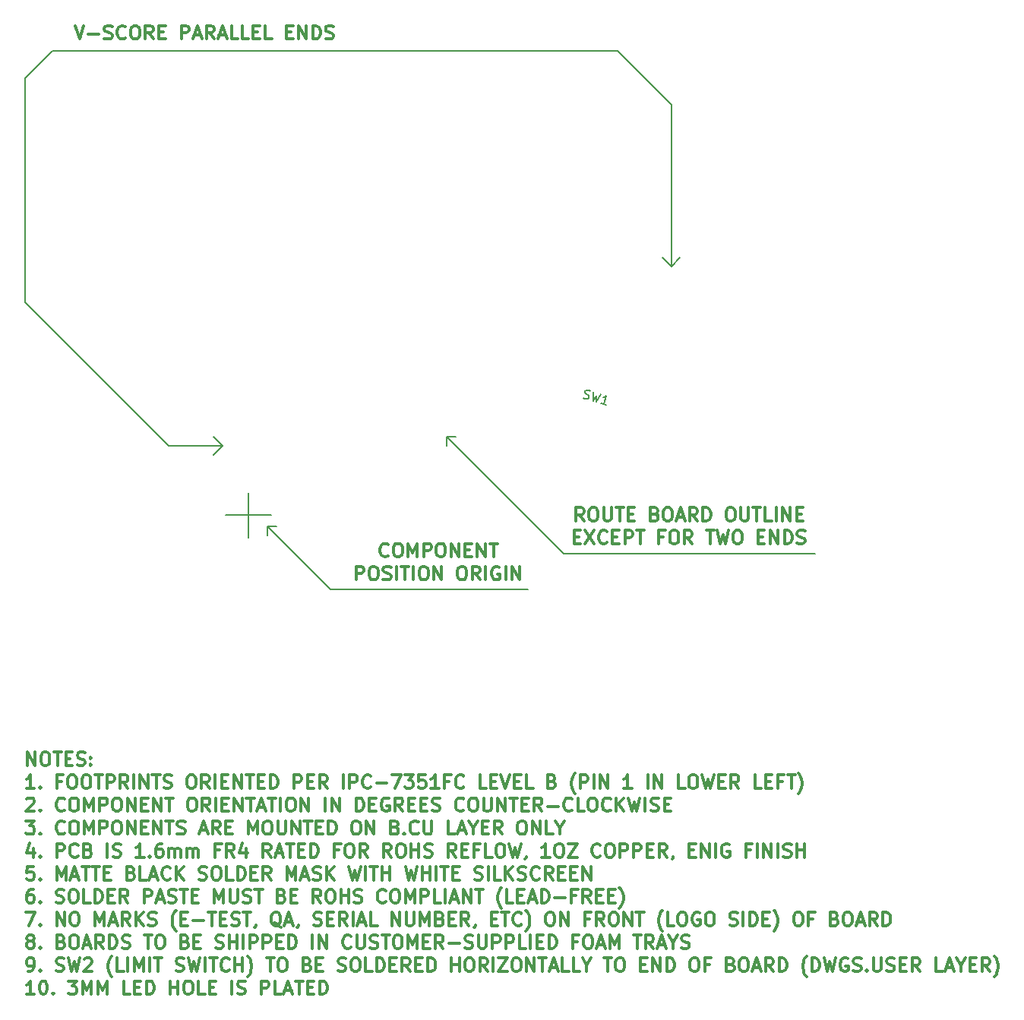
<source format=gbr>
G04 #@! TF.FileFunction,Other,Fab,Top*
%FSLAX46Y46*%
G04 Gerber Fmt 4.6, Leading zero omitted, Abs format (unit mm)*
G04 Created by KiCad (PCBNEW 4.0.7-e2-6376~58~ubuntu14.04.1) date Wed May 23 17:45:24 2018*
%MOMM*%
%LPD*%
G01*
G04 APERTURE LIST*
%ADD10C,0.100000*%
%ADD11C,0.200000*%
%ADD12C,0.300000*%
%ADD13C,0.150000*%
G04 APERTURE END LIST*
D10*
D11*
X94370000Y-98740000D02*
X89370000Y-98740000D01*
X91870000Y-96240000D02*
X91870000Y-101240000D01*
X89000000Y-91000000D02*
X88000000Y-92000000D01*
X89000000Y-91000000D02*
X88000000Y-90000000D01*
X89000000Y-91000000D02*
X89000000Y-91000000D01*
X83000000Y-91000000D02*
X89000000Y-91000000D01*
X67000000Y-75000000D02*
X83000000Y-91000000D01*
X67000000Y-50000000D02*
X67000000Y-75000000D01*
X70000000Y-47000000D02*
X67000000Y-50000000D01*
D12*
X67227143Y-126668571D02*
X67227143Y-125168571D01*
X68084286Y-126668571D01*
X68084286Y-125168571D01*
X69084286Y-125168571D02*
X69370000Y-125168571D01*
X69512858Y-125240000D01*
X69655715Y-125382857D01*
X69727143Y-125668571D01*
X69727143Y-126168571D01*
X69655715Y-126454286D01*
X69512858Y-126597143D01*
X69370000Y-126668571D01*
X69084286Y-126668571D01*
X68941429Y-126597143D01*
X68798572Y-126454286D01*
X68727143Y-126168571D01*
X68727143Y-125668571D01*
X68798572Y-125382857D01*
X68941429Y-125240000D01*
X69084286Y-125168571D01*
X70155715Y-125168571D02*
X71012858Y-125168571D01*
X70584287Y-126668571D02*
X70584287Y-125168571D01*
X71512858Y-125882857D02*
X72012858Y-125882857D01*
X72227144Y-126668571D02*
X71512858Y-126668571D01*
X71512858Y-125168571D01*
X72227144Y-125168571D01*
X72798572Y-126597143D02*
X73012858Y-126668571D01*
X73370001Y-126668571D01*
X73512858Y-126597143D01*
X73584287Y-126525714D01*
X73655715Y-126382857D01*
X73655715Y-126240000D01*
X73584287Y-126097143D01*
X73512858Y-126025714D01*
X73370001Y-125954286D01*
X73084287Y-125882857D01*
X72941429Y-125811429D01*
X72870001Y-125740000D01*
X72798572Y-125597143D01*
X72798572Y-125454286D01*
X72870001Y-125311429D01*
X72941429Y-125240000D01*
X73084287Y-125168571D01*
X73441429Y-125168571D01*
X73655715Y-125240000D01*
X74298572Y-126525714D02*
X74370000Y-126597143D01*
X74298572Y-126668571D01*
X74227143Y-126597143D01*
X74298572Y-126525714D01*
X74298572Y-126668571D01*
X74298572Y-125740000D02*
X74370000Y-125811429D01*
X74298572Y-125882857D01*
X74227143Y-125811429D01*
X74298572Y-125740000D01*
X74298572Y-125882857D01*
X68012857Y-129218571D02*
X67155714Y-129218571D01*
X67584286Y-129218571D02*
X67584286Y-127718571D01*
X67441429Y-127932857D01*
X67298571Y-128075714D01*
X67155714Y-128147143D01*
X68655714Y-129075714D02*
X68727142Y-129147143D01*
X68655714Y-129218571D01*
X68584285Y-129147143D01*
X68655714Y-129075714D01*
X68655714Y-129218571D01*
X71012857Y-128432857D02*
X70512857Y-128432857D01*
X70512857Y-129218571D02*
X70512857Y-127718571D01*
X71227143Y-127718571D01*
X72084285Y-127718571D02*
X72369999Y-127718571D01*
X72512857Y-127790000D01*
X72655714Y-127932857D01*
X72727142Y-128218571D01*
X72727142Y-128718571D01*
X72655714Y-129004286D01*
X72512857Y-129147143D01*
X72369999Y-129218571D01*
X72084285Y-129218571D01*
X71941428Y-129147143D01*
X71798571Y-129004286D01*
X71727142Y-128718571D01*
X71727142Y-128218571D01*
X71798571Y-127932857D01*
X71941428Y-127790000D01*
X72084285Y-127718571D01*
X73655714Y-127718571D02*
X73941428Y-127718571D01*
X74084286Y-127790000D01*
X74227143Y-127932857D01*
X74298571Y-128218571D01*
X74298571Y-128718571D01*
X74227143Y-129004286D01*
X74084286Y-129147143D01*
X73941428Y-129218571D01*
X73655714Y-129218571D01*
X73512857Y-129147143D01*
X73370000Y-129004286D01*
X73298571Y-128718571D01*
X73298571Y-128218571D01*
X73370000Y-127932857D01*
X73512857Y-127790000D01*
X73655714Y-127718571D01*
X74727143Y-127718571D02*
X75584286Y-127718571D01*
X75155715Y-129218571D02*
X75155715Y-127718571D01*
X76084286Y-129218571D02*
X76084286Y-127718571D01*
X76655714Y-127718571D01*
X76798572Y-127790000D01*
X76870000Y-127861429D01*
X76941429Y-128004286D01*
X76941429Y-128218571D01*
X76870000Y-128361429D01*
X76798572Y-128432857D01*
X76655714Y-128504286D01*
X76084286Y-128504286D01*
X78441429Y-129218571D02*
X77941429Y-128504286D01*
X77584286Y-129218571D02*
X77584286Y-127718571D01*
X78155714Y-127718571D01*
X78298572Y-127790000D01*
X78370000Y-127861429D01*
X78441429Y-128004286D01*
X78441429Y-128218571D01*
X78370000Y-128361429D01*
X78298572Y-128432857D01*
X78155714Y-128504286D01*
X77584286Y-128504286D01*
X79084286Y-129218571D02*
X79084286Y-127718571D01*
X79798572Y-129218571D02*
X79798572Y-127718571D01*
X80655715Y-129218571D01*
X80655715Y-127718571D01*
X81155715Y-127718571D02*
X82012858Y-127718571D01*
X81584287Y-129218571D02*
X81584287Y-127718571D01*
X82441429Y-129147143D02*
X82655715Y-129218571D01*
X83012858Y-129218571D01*
X83155715Y-129147143D01*
X83227144Y-129075714D01*
X83298572Y-128932857D01*
X83298572Y-128790000D01*
X83227144Y-128647143D01*
X83155715Y-128575714D01*
X83012858Y-128504286D01*
X82727144Y-128432857D01*
X82584286Y-128361429D01*
X82512858Y-128290000D01*
X82441429Y-128147143D01*
X82441429Y-128004286D01*
X82512858Y-127861429D01*
X82584286Y-127790000D01*
X82727144Y-127718571D01*
X83084286Y-127718571D01*
X83298572Y-127790000D01*
X85370000Y-127718571D02*
X85655714Y-127718571D01*
X85798572Y-127790000D01*
X85941429Y-127932857D01*
X86012857Y-128218571D01*
X86012857Y-128718571D01*
X85941429Y-129004286D01*
X85798572Y-129147143D01*
X85655714Y-129218571D01*
X85370000Y-129218571D01*
X85227143Y-129147143D01*
X85084286Y-129004286D01*
X85012857Y-128718571D01*
X85012857Y-128218571D01*
X85084286Y-127932857D01*
X85227143Y-127790000D01*
X85370000Y-127718571D01*
X87512858Y-129218571D02*
X87012858Y-128504286D01*
X86655715Y-129218571D02*
X86655715Y-127718571D01*
X87227143Y-127718571D01*
X87370001Y-127790000D01*
X87441429Y-127861429D01*
X87512858Y-128004286D01*
X87512858Y-128218571D01*
X87441429Y-128361429D01*
X87370001Y-128432857D01*
X87227143Y-128504286D01*
X86655715Y-128504286D01*
X88155715Y-129218571D02*
X88155715Y-127718571D01*
X88870001Y-128432857D02*
X89370001Y-128432857D01*
X89584287Y-129218571D02*
X88870001Y-129218571D01*
X88870001Y-127718571D01*
X89584287Y-127718571D01*
X90227144Y-129218571D02*
X90227144Y-127718571D01*
X91084287Y-129218571D01*
X91084287Y-127718571D01*
X91584287Y-127718571D02*
X92441430Y-127718571D01*
X92012859Y-129218571D02*
X92012859Y-127718571D01*
X92941430Y-128432857D02*
X93441430Y-128432857D01*
X93655716Y-129218571D02*
X92941430Y-129218571D01*
X92941430Y-127718571D01*
X93655716Y-127718571D01*
X94298573Y-129218571D02*
X94298573Y-127718571D01*
X94655716Y-127718571D01*
X94870001Y-127790000D01*
X95012859Y-127932857D01*
X95084287Y-128075714D01*
X95155716Y-128361429D01*
X95155716Y-128575714D01*
X95084287Y-128861429D01*
X95012859Y-129004286D01*
X94870001Y-129147143D01*
X94655716Y-129218571D01*
X94298573Y-129218571D01*
X96941430Y-129218571D02*
X96941430Y-127718571D01*
X97512858Y-127718571D01*
X97655716Y-127790000D01*
X97727144Y-127861429D01*
X97798573Y-128004286D01*
X97798573Y-128218571D01*
X97727144Y-128361429D01*
X97655716Y-128432857D01*
X97512858Y-128504286D01*
X96941430Y-128504286D01*
X98441430Y-128432857D02*
X98941430Y-128432857D01*
X99155716Y-129218571D02*
X98441430Y-129218571D01*
X98441430Y-127718571D01*
X99155716Y-127718571D01*
X100655716Y-129218571D02*
X100155716Y-128504286D01*
X99798573Y-129218571D02*
X99798573Y-127718571D01*
X100370001Y-127718571D01*
X100512859Y-127790000D01*
X100584287Y-127861429D01*
X100655716Y-128004286D01*
X100655716Y-128218571D01*
X100584287Y-128361429D01*
X100512859Y-128432857D01*
X100370001Y-128504286D01*
X99798573Y-128504286D01*
X102441430Y-129218571D02*
X102441430Y-127718571D01*
X103155716Y-129218571D02*
X103155716Y-127718571D01*
X103727144Y-127718571D01*
X103870002Y-127790000D01*
X103941430Y-127861429D01*
X104012859Y-128004286D01*
X104012859Y-128218571D01*
X103941430Y-128361429D01*
X103870002Y-128432857D01*
X103727144Y-128504286D01*
X103155716Y-128504286D01*
X105512859Y-129075714D02*
X105441430Y-129147143D01*
X105227144Y-129218571D01*
X105084287Y-129218571D01*
X104870002Y-129147143D01*
X104727144Y-129004286D01*
X104655716Y-128861429D01*
X104584287Y-128575714D01*
X104584287Y-128361429D01*
X104655716Y-128075714D01*
X104727144Y-127932857D01*
X104870002Y-127790000D01*
X105084287Y-127718571D01*
X105227144Y-127718571D01*
X105441430Y-127790000D01*
X105512859Y-127861429D01*
X106155716Y-128647143D02*
X107298573Y-128647143D01*
X107870002Y-127718571D02*
X108870002Y-127718571D01*
X108227145Y-129218571D01*
X109298573Y-127718571D02*
X110227144Y-127718571D01*
X109727144Y-128290000D01*
X109941430Y-128290000D01*
X110084287Y-128361429D01*
X110155716Y-128432857D01*
X110227144Y-128575714D01*
X110227144Y-128932857D01*
X110155716Y-129075714D01*
X110084287Y-129147143D01*
X109941430Y-129218571D01*
X109512858Y-129218571D01*
X109370001Y-129147143D01*
X109298573Y-129075714D01*
X111584287Y-127718571D02*
X110870001Y-127718571D01*
X110798572Y-128432857D01*
X110870001Y-128361429D01*
X111012858Y-128290000D01*
X111370001Y-128290000D01*
X111512858Y-128361429D01*
X111584287Y-128432857D01*
X111655715Y-128575714D01*
X111655715Y-128932857D01*
X111584287Y-129075714D01*
X111512858Y-129147143D01*
X111370001Y-129218571D01*
X111012858Y-129218571D01*
X110870001Y-129147143D01*
X110798572Y-129075714D01*
X113084286Y-129218571D02*
X112227143Y-129218571D01*
X112655715Y-129218571D02*
X112655715Y-127718571D01*
X112512858Y-127932857D01*
X112370000Y-128075714D01*
X112227143Y-128147143D01*
X114227143Y-128432857D02*
X113727143Y-128432857D01*
X113727143Y-129218571D02*
X113727143Y-127718571D01*
X114441429Y-127718571D01*
X115870000Y-129075714D02*
X115798571Y-129147143D01*
X115584285Y-129218571D01*
X115441428Y-129218571D01*
X115227143Y-129147143D01*
X115084285Y-129004286D01*
X115012857Y-128861429D01*
X114941428Y-128575714D01*
X114941428Y-128361429D01*
X115012857Y-128075714D01*
X115084285Y-127932857D01*
X115227143Y-127790000D01*
X115441428Y-127718571D01*
X115584285Y-127718571D01*
X115798571Y-127790000D01*
X115870000Y-127861429D01*
X118370000Y-129218571D02*
X117655714Y-129218571D01*
X117655714Y-127718571D01*
X118870000Y-128432857D02*
X119370000Y-128432857D01*
X119584286Y-129218571D02*
X118870000Y-129218571D01*
X118870000Y-127718571D01*
X119584286Y-127718571D01*
X120012857Y-127718571D02*
X120512857Y-129218571D01*
X121012857Y-127718571D01*
X121512857Y-128432857D02*
X122012857Y-128432857D01*
X122227143Y-129218571D02*
X121512857Y-129218571D01*
X121512857Y-127718571D01*
X122227143Y-127718571D01*
X123584286Y-129218571D02*
X122870000Y-129218571D01*
X122870000Y-127718571D01*
X125727143Y-128432857D02*
X125941429Y-128504286D01*
X126012857Y-128575714D01*
X126084286Y-128718571D01*
X126084286Y-128932857D01*
X126012857Y-129075714D01*
X125941429Y-129147143D01*
X125798571Y-129218571D01*
X125227143Y-129218571D01*
X125227143Y-127718571D01*
X125727143Y-127718571D01*
X125870000Y-127790000D01*
X125941429Y-127861429D01*
X126012857Y-128004286D01*
X126012857Y-128147143D01*
X125941429Y-128290000D01*
X125870000Y-128361429D01*
X125727143Y-128432857D01*
X125227143Y-128432857D01*
X128298571Y-129790000D02*
X128227143Y-129718571D01*
X128084286Y-129504286D01*
X128012857Y-129361429D01*
X127941428Y-129147143D01*
X127870000Y-128790000D01*
X127870000Y-128504286D01*
X127941428Y-128147143D01*
X128012857Y-127932857D01*
X128084286Y-127790000D01*
X128227143Y-127575714D01*
X128298571Y-127504286D01*
X128870000Y-129218571D02*
X128870000Y-127718571D01*
X129441428Y-127718571D01*
X129584286Y-127790000D01*
X129655714Y-127861429D01*
X129727143Y-128004286D01*
X129727143Y-128218571D01*
X129655714Y-128361429D01*
X129584286Y-128432857D01*
X129441428Y-128504286D01*
X128870000Y-128504286D01*
X130370000Y-129218571D02*
X130370000Y-127718571D01*
X131084286Y-129218571D02*
X131084286Y-127718571D01*
X131941429Y-129218571D01*
X131941429Y-127718571D01*
X134584286Y-129218571D02*
X133727143Y-129218571D01*
X134155715Y-129218571D02*
X134155715Y-127718571D01*
X134012858Y-127932857D01*
X133870000Y-128075714D01*
X133727143Y-128147143D01*
X136370000Y-129218571D02*
X136370000Y-127718571D01*
X137084286Y-129218571D02*
X137084286Y-127718571D01*
X137941429Y-129218571D01*
X137941429Y-127718571D01*
X140512858Y-129218571D02*
X139798572Y-129218571D01*
X139798572Y-127718571D01*
X141298572Y-127718571D02*
X141584286Y-127718571D01*
X141727144Y-127790000D01*
X141870001Y-127932857D01*
X141941429Y-128218571D01*
X141941429Y-128718571D01*
X141870001Y-129004286D01*
X141727144Y-129147143D01*
X141584286Y-129218571D01*
X141298572Y-129218571D01*
X141155715Y-129147143D01*
X141012858Y-129004286D01*
X140941429Y-128718571D01*
X140941429Y-128218571D01*
X141012858Y-127932857D01*
X141155715Y-127790000D01*
X141298572Y-127718571D01*
X142441430Y-127718571D02*
X142798573Y-129218571D01*
X143084287Y-128147143D01*
X143370001Y-129218571D01*
X143727144Y-127718571D01*
X144298573Y-128432857D02*
X144798573Y-128432857D01*
X145012859Y-129218571D02*
X144298573Y-129218571D01*
X144298573Y-127718571D01*
X145012859Y-127718571D01*
X146512859Y-129218571D02*
X146012859Y-128504286D01*
X145655716Y-129218571D02*
X145655716Y-127718571D01*
X146227144Y-127718571D01*
X146370002Y-127790000D01*
X146441430Y-127861429D01*
X146512859Y-128004286D01*
X146512859Y-128218571D01*
X146441430Y-128361429D01*
X146370002Y-128432857D01*
X146227144Y-128504286D01*
X145655716Y-128504286D01*
X149012859Y-129218571D02*
X148298573Y-129218571D01*
X148298573Y-127718571D01*
X149512859Y-128432857D02*
X150012859Y-128432857D01*
X150227145Y-129218571D02*
X149512859Y-129218571D01*
X149512859Y-127718571D01*
X150227145Y-127718571D01*
X151370002Y-128432857D02*
X150870002Y-128432857D01*
X150870002Y-129218571D02*
X150870002Y-127718571D01*
X151584288Y-127718571D01*
X151941430Y-127718571D02*
X152798573Y-127718571D01*
X152370002Y-129218571D02*
X152370002Y-127718571D01*
X153155716Y-129790000D02*
X153227144Y-129718571D01*
X153370001Y-129504286D01*
X153441430Y-129361429D01*
X153512859Y-129147143D01*
X153584287Y-128790000D01*
X153584287Y-128504286D01*
X153512859Y-128147143D01*
X153441430Y-127932857D01*
X153370001Y-127790000D01*
X153227144Y-127575714D01*
X153155716Y-127504286D01*
X67155714Y-130411429D02*
X67227143Y-130340000D01*
X67370000Y-130268571D01*
X67727143Y-130268571D01*
X67870000Y-130340000D01*
X67941429Y-130411429D01*
X68012857Y-130554286D01*
X68012857Y-130697143D01*
X67941429Y-130911429D01*
X67084286Y-131768571D01*
X68012857Y-131768571D01*
X68655714Y-131625714D02*
X68727142Y-131697143D01*
X68655714Y-131768571D01*
X68584285Y-131697143D01*
X68655714Y-131625714D01*
X68655714Y-131768571D01*
X71370000Y-131625714D02*
X71298571Y-131697143D01*
X71084285Y-131768571D01*
X70941428Y-131768571D01*
X70727143Y-131697143D01*
X70584285Y-131554286D01*
X70512857Y-131411429D01*
X70441428Y-131125714D01*
X70441428Y-130911429D01*
X70512857Y-130625714D01*
X70584285Y-130482857D01*
X70727143Y-130340000D01*
X70941428Y-130268571D01*
X71084285Y-130268571D01*
X71298571Y-130340000D01*
X71370000Y-130411429D01*
X72298571Y-130268571D02*
X72584285Y-130268571D01*
X72727143Y-130340000D01*
X72870000Y-130482857D01*
X72941428Y-130768571D01*
X72941428Y-131268571D01*
X72870000Y-131554286D01*
X72727143Y-131697143D01*
X72584285Y-131768571D01*
X72298571Y-131768571D01*
X72155714Y-131697143D01*
X72012857Y-131554286D01*
X71941428Y-131268571D01*
X71941428Y-130768571D01*
X72012857Y-130482857D01*
X72155714Y-130340000D01*
X72298571Y-130268571D01*
X73584286Y-131768571D02*
X73584286Y-130268571D01*
X74084286Y-131340000D01*
X74584286Y-130268571D01*
X74584286Y-131768571D01*
X75298572Y-131768571D02*
X75298572Y-130268571D01*
X75870000Y-130268571D01*
X76012858Y-130340000D01*
X76084286Y-130411429D01*
X76155715Y-130554286D01*
X76155715Y-130768571D01*
X76084286Y-130911429D01*
X76012858Y-130982857D01*
X75870000Y-131054286D01*
X75298572Y-131054286D01*
X77084286Y-130268571D02*
X77370000Y-130268571D01*
X77512858Y-130340000D01*
X77655715Y-130482857D01*
X77727143Y-130768571D01*
X77727143Y-131268571D01*
X77655715Y-131554286D01*
X77512858Y-131697143D01*
X77370000Y-131768571D01*
X77084286Y-131768571D01*
X76941429Y-131697143D01*
X76798572Y-131554286D01*
X76727143Y-131268571D01*
X76727143Y-130768571D01*
X76798572Y-130482857D01*
X76941429Y-130340000D01*
X77084286Y-130268571D01*
X78370001Y-131768571D02*
X78370001Y-130268571D01*
X79227144Y-131768571D01*
X79227144Y-130268571D01*
X79941430Y-130982857D02*
X80441430Y-130982857D01*
X80655716Y-131768571D02*
X79941430Y-131768571D01*
X79941430Y-130268571D01*
X80655716Y-130268571D01*
X81298573Y-131768571D02*
X81298573Y-130268571D01*
X82155716Y-131768571D01*
X82155716Y-130268571D01*
X82655716Y-130268571D02*
X83512859Y-130268571D01*
X83084288Y-131768571D02*
X83084288Y-130268571D01*
X85441430Y-130268571D02*
X85727144Y-130268571D01*
X85870002Y-130340000D01*
X86012859Y-130482857D01*
X86084287Y-130768571D01*
X86084287Y-131268571D01*
X86012859Y-131554286D01*
X85870002Y-131697143D01*
X85727144Y-131768571D01*
X85441430Y-131768571D01*
X85298573Y-131697143D01*
X85155716Y-131554286D01*
X85084287Y-131268571D01*
X85084287Y-130768571D01*
X85155716Y-130482857D01*
X85298573Y-130340000D01*
X85441430Y-130268571D01*
X87584288Y-131768571D02*
X87084288Y-131054286D01*
X86727145Y-131768571D02*
X86727145Y-130268571D01*
X87298573Y-130268571D01*
X87441431Y-130340000D01*
X87512859Y-130411429D01*
X87584288Y-130554286D01*
X87584288Y-130768571D01*
X87512859Y-130911429D01*
X87441431Y-130982857D01*
X87298573Y-131054286D01*
X86727145Y-131054286D01*
X88227145Y-131768571D02*
X88227145Y-130268571D01*
X88941431Y-130982857D02*
X89441431Y-130982857D01*
X89655717Y-131768571D02*
X88941431Y-131768571D01*
X88941431Y-130268571D01*
X89655717Y-130268571D01*
X90298574Y-131768571D02*
X90298574Y-130268571D01*
X91155717Y-131768571D01*
X91155717Y-130268571D01*
X91655717Y-130268571D02*
X92512860Y-130268571D01*
X92084289Y-131768571D02*
X92084289Y-130268571D01*
X92941431Y-131340000D02*
X93655717Y-131340000D01*
X92798574Y-131768571D02*
X93298574Y-130268571D01*
X93798574Y-131768571D01*
X94084288Y-130268571D02*
X94941431Y-130268571D01*
X94512860Y-131768571D02*
X94512860Y-130268571D01*
X95441431Y-131768571D02*
X95441431Y-130268571D01*
X96441431Y-130268571D02*
X96727145Y-130268571D01*
X96870003Y-130340000D01*
X97012860Y-130482857D01*
X97084288Y-130768571D01*
X97084288Y-131268571D01*
X97012860Y-131554286D01*
X96870003Y-131697143D01*
X96727145Y-131768571D01*
X96441431Y-131768571D01*
X96298574Y-131697143D01*
X96155717Y-131554286D01*
X96084288Y-131268571D01*
X96084288Y-130768571D01*
X96155717Y-130482857D01*
X96298574Y-130340000D01*
X96441431Y-130268571D01*
X97727146Y-131768571D02*
X97727146Y-130268571D01*
X98584289Y-131768571D01*
X98584289Y-130268571D01*
X100441432Y-131768571D02*
X100441432Y-130268571D01*
X101155718Y-131768571D02*
X101155718Y-130268571D01*
X102012861Y-131768571D01*
X102012861Y-130268571D01*
X103870004Y-131768571D02*
X103870004Y-130268571D01*
X104227147Y-130268571D01*
X104441432Y-130340000D01*
X104584290Y-130482857D01*
X104655718Y-130625714D01*
X104727147Y-130911429D01*
X104727147Y-131125714D01*
X104655718Y-131411429D01*
X104584290Y-131554286D01*
X104441432Y-131697143D01*
X104227147Y-131768571D01*
X103870004Y-131768571D01*
X105370004Y-130982857D02*
X105870004Y-130982857D01*
X106084290Y-131768571D02*
X105370004Y-131768571D01*
X105370004Y-130268571D01*
X106084290Y-130268571D01*
X107512861Y-130340000D02*
X107370004Y-130268571D01*
X107155718Y-130268571D01*
X106941433Y-130340000D01*
X106798575Y-130482857D01*
X106727147Y-130625714D01*
X106655718Y-130911429D01*
X106655718Y-131125714D01*
X106727147Y-131411429D01*
X106798575Y-131554286D01*
X106941433Y-131697143D01*
X107155718Y-131768571D01*
X107298575Y-131768571D01*
X107512861Y-131697143D01*
X107584290Y-131625714D01*
X107584290Y-131125714D01*
X107298575Y-131125714D01*
X109084290Y-131768571D02*
X108584290Y-131054286D01*
X108227147Y-131768571D02*
X108227147Y-130268571D01*
X108798575Y-130268571D01*
X108941433Y-130340000D01*
X109012861Y-130411429D01*
X109084290Y-130554286D01*
X109084290Y-130768571D01*
X109012861Y-130911429D01*
X108941433Y-130982857D01*
X108798575Y-131054286D01*
X108227147Y-131054286D01*
X109727147Y-130982857D02*
X110227147Y-130982857D01*
X110441433Y-131768571D02*
X109727147Y-131768571D01*
X109727147Y-130268571D01*
X110441433Y-130268571D01*
X111084290Y-130982857D02*
X111584290Y-130982857D01*
X111798576Y-131768571D02*
X111084290Y-131768571D01*
X111084290Y-130268571D01*
X111798576Y-130268571D01*
X112370004Y-131697143D02*
X112584290Y-131768571D01*
X112941433Y-131768571D01*
X113084290Y-131697143D01*
X113155719Y-131625714D01*
X113227147Y-131482857D01*
X113227147Y-131340000D01*
X113155719Y-131197143D01*
X113084290Y-131125714D01*
X112941433Y-131054286D01*
X112655719Y-130982857D01*
X112512861Y-130911429D01*
X112441433Y-130840000D01*
X112370004Y-130697143D01*
X112370004Y-130554286D01*
X112441433Y-130411429D01*
X112512861Y-130340000D01*
X112655719Y-130268571D01*
X113012861Y-130268571D01*
X113227147Y-130340000D01*
X115870004Y-131625714D02*
X115798575Y-131697143D01*
X115584289Y-131768571D01*
X115441432Y-131768571D01*
X115227147Y-131697143D01*
X115084289Y-131554286D01*
X115012861Y-131411429D01*
X114941432Y-131125714D01*
X114941432Y-130911429D01*
X115012861Y-130625714D01*
X115084289Y-130482857D01*
X115227147Y-130340000D01*
X115441432Y-130268571D01*
X115584289Y-130268571D01*
X115798575Y-130340000D01*
X115870004Y-130411429D01*
X116798575Y-130268571D02*
X117084289Y-130268571D01*
X117227147Y-130340000D01*
X117370004Y-130482857D01*
X117441432Y-130768571D01*
X117441432Y-131268571D01*
X117370004Y-131554286D01*
X117227147Y-131697143D01*
X117084289Y-131768571D01*
X116798575Y-131768571D01*
X116655718Y-131697143D01*
X116512861Y-131554286D01*
X116441432Y-131268571D01*
X116441432Y-130768571D01*
X116512861Y-130482857D01*
X116655718Y-130340000D01*
X116798575Y-130268571D01*
X118084290Y-130268571D02*
X118084290Y-131482857D01*
X118155718Y-131625714D01*
X118227147Y-131697143D01*
X118370004Y-131768571D01*
X118655718Y-131768571D01*
X118798576Y-131697143D01*
X118870004Y-131625714D01*
X118941433Y-131482857D01*
X118941433Y-130268571D01*
X119655719Y-131768571D02*
X119655719Y-130268571D01*
X120512862Y-131768571D01*
X120512862Y-130268571D01*
X121012862Y-130268571D02*
X121870005Y-130268571D01*
X121441434Y-131768571D02*
X121441434Y-130268571D01*
X122370005Y-130982857D02*
X122870005Y-130982857D01*
X123084291Y-131768571D02*
X122370005Y-131768571D01*
X122370005Y-130268571D01*
X123084291Y-130268571D01*
X124584291Y-131768571D02*
X124084291Y-131054286D01*
X123727148Y-131768571D02*
X123727148Y-130268571D01*
X124298576Y-130268571D01*
X124441434Y-130340000D01*
X124512862Y-130411429D01*
X124584291Y-130554286D01*
X124584291Y-130768571D01*
X124512862Y-130911429D01*
X124441434Y-130982857D01*
X124298576Y-131054286D01*
X123727148Y-131054286D01*
X125227148Y-131197143D02*
X126370005Y-131197143D01*
X127941434Y-131625714D02*
X127870005Y-131697143D01*
X127655719Y-131768571D01*
X127512862Y-131768571D01*
X127298577Y-131697143D01*
X127155719Y-131554286D01*
X127084291Y-131411429D01*
X127012862Y-131125714D01*
X127012862Y-130911429D01*
X127084291Y-130625714D01*
X127155719Y-130482857D01*
X127298577Y-130340000D01*
X127512862Y-130268571D01*
X127655719Y-130268571D01*
X127870005Y-130340000D01*
X127941434Y-130411429D01*
X129298577Y-131768571D02*
X128584291Y-131768571D01*
X128584291Y-130268571D01*
X130084291Y-130268571D02*
X130370005Y-130268571D01*
X130512863Y-130340000D01*
X130655720Y-130482857D01*
X130727148Y-130768571D01*
X130727148Y-131268571D01*
X130655720Y-131554286D01*
X130512863Y-131697143D01*
X130370005Y-131768571D01*
X130084291Y-131768571D01*
X129941434Y-131697143D01*
X129798577Y-131554286D01*
X129727148Y-131268571D01*
X129727148Y-130768571D01*
X129798577Y-130482857D01*
X129941434Y-130340000D01*
X130084291Y-130268571D01*
X132227149Y-131625714D02*
X132155720Y-131697143D01*
X131941434Y-131768571D01*
X131798577Y-131768571D01*
X131584292Y-131697143D01*
X131441434Y-131554286D01*
X131370006Y-131411429D01*
X131298577Y-131125714D01*
X131298577Y-130911429D01*
X131370006Y-130625714D01*
X131441434Y-130482857D01*
X131584292Y-130340000D01*
X131798577Y-130268571D01*
X131941434Y-130268571D01*
X132155720Y-130340000D01*
X132227149Y-130411429D01*
X132870006Y-131768571D02*
X132870006Y-130268571D01*
X133727149Y-131768571D02*
X133084292Y-130911429D01*
X133727149Y-130268571D02*
X132870006Y-131125714D01*
X134227149Y-130268571D02*
X134584292Y-131768571D01*
X134870006Y-130697143D01*
X135155720Y-131768571D01*
X135512863Y-130268571D01*
X136084292Y-131768571D02*
X136084292Y-130268571D01*
X136727149Y-131697143D02*
X136941435Y-131768571D01*
X137298578Y-131768571D01*
X137441435Y-131697143D01*
X137512864Y-131625714D01*
X137584292Y-131482857D01*
X137584292Y-131340000D01*
X137512864Y-131197143D01*
X137441435Y-131125714D01*
X137298578Y-131054286D01*
X137012864Y-130982857D01*
X136870006Y-130911429D01*
X136798578Y-130840000D01*
X136727149Y-130697143D01*
X136727149Y-130554286D01*
X136798578Y-130411429D01*
X136870006Y-130340000D01*
X137012864Y-130268571D01*
X137370006Y-130268571D01*
X137584292Y-130340000D01*
X138227149Y-130982857D02*
X138727149Y-130982857D01*
X138941435Y-131768571D02*
X138227149Y-131768571D01*
X138227149Y-130268571D01*
X138941435Y-130268571D01*
X67084286Y-132818571D02*
X68012857Y-132818571D01*
X67512857Y-133390000D01*
X67727143Y-133390000D01*
X67870000Y-133461429D01*
X67941429Y-133532857D01*
X68012857Y-133675714D01*
X68012857Y-134032857D01*
X67941429Y-134175714D01*
X67870000Y-134247143D01*
X67727143Y-134318571D01*
X67298571Y-134318571D01*
X67155714Y-134247143D01*
X67084286Y-134175714D01*
X68655714Y-134175714D02*
X68727142Y-134247143D01*
X68655714Y-134318571D01*
X68584285Y-134247143D01*
X68655714Y-134175714D01*
X68655714Y-134318571D01*
X71370000Y-134175714D02*
X71298571Y-134247143D01*
X71084285Y-134318571D01*
X70941428Y-134318571D01*
X70727143Y-134247143D01*
X70584285Y-134104286D01*
X70512857Y-133961429D01*
X70441428Y-133675714D01*
X70441428Y-133461429D01*
X70512857Y-133175714D01*
X70584285Y-133032857D01*
X70727143Y-132890000D01*
X70941428Y-132818571D01*
X71084285Y-132818571D01*
X71298571Y-132890000D01*
X71370000Y-132961429D01*
X72298571Y-132818571D02*
X72584285Y-132818571D01*
X72727143Y-132890000D01*
X72870000Y-133032857D01*
X72941428Y-133318571D01*
X72941428Y-133818571D01*
X72870000Y-134104286D01*
X72727143Y-134247143D01*
X72584285Y-134318571D01*
X72298571Y-134318571D01*
X72155714Y-134247143D01*
X72012857Y-134104286D01*
X71941428Y-133818571D01*
X71941428Y-133318571D01*
X72012857Y-133032857D01*
X72155714Y-132890000D01*
X72298571Y-132818571D01*
X73584286Y-134318571D02*
X73584286Y-132818571D01*
X74084286Y-133890000D01*
X74584286Y-132818571D01*
X74584286Y-134318571D01*
X75298572Y-134318571D02*
X75298572Y-132818571D01*
X75870000Y-132818571D01*
X76012858Y-132890000D01*
X76084286Y-132961429D01*
X76155715Y-133104286D01*
X76155715Y-133318571D01*
X76084286Y-133461429D01*
X76012858Y-133532857D01*
X75870000Y-133604286D01*
X75298572Y-133604286D01*
X77084286Y-132818571D02*
X77370000Y-132818571D01*
X77512858Y-132890000D01*
X77655715Y-133032857D01*
X77727143Y-133318571D01*
X77727143Y-133818571D01*
X77655715Y-134104286D01*
X77512858Y-134247143D01*
X77370000Y-134318571D01*
X77084286Y-134318571D01*
X76941429Y-134247143D01*
X76798572Y-134104286D01*
X76727143Y-133818571D01*
X76727143Y-133318571D01*
X76798572Y-133032857D01*
X76941429Y-132890000D01*
X77084286Y-132818571D01*
X78370001Y-134318571D02*
X78370001Y-132818571D01*
X79227144Y-134318571D01*
X79227144Y-132818571D01*
X79941430Y-133532857D02*
X80441430Y-133532857D01*
X80655716Y-134318571D02*
X79941430Y-134318571D01*
X79941430Y-132818571D01*
X80655716Y-132818571D01*
X81298573Y-134318571D02*
X81298573Y-132818571D01*
X82155716Y-134318571D01*
X82155716Y-132818571D01*
X82655716Y-132818571D02*
X83512859Y-132818571D01*
X83084288Y-134318571D02*
X83084288Y-132818571D01*
X83941430Y-134247143D02*
X84155716Y-134318571D01*
X84512859Y-134318571D01*
X84655716Y-134247143D01*
X84727145Y-134175714D01*
X84798573Y-134032857D01*
X84798573Y-133890000D01*
X84727145Y-133747143D01*
X84655716Y-133675714D01*
X84512859Y-133604286D01*
X84227145Y-133532857D01*
X84084287Y-133461429D01*
X84012859Y-133390000D01*
X83941430Y-133247143D01*
X83941430Y-133104286D01*
X84012859Y-132961429D01*
X84084287Y-132890000D01*
X84227145Y-132818571D01*
X84584287Y-132818571D01*
X84798573Y-132890000D01*
X86512858Y-133890000D02*
X87227144Y-133890000D01*
X86370001Y-134318571D02*
X86870001Y-132818571D01*
X87370001Y-134318571D01*
X88727144Y-134318571D02*
X88227144Y-133604286D01*
X87870001Y-134318571D02*
X87870001Y-132818571D01*
X88441429Y-132818571D01*
X88584287Y-132890000D01*
X88655715Y-132961429D01*
X88727144Y-133104286D01*
X88727144Y-133318571D01*
X88655715Y-133461429D01*
X88584287Y-133532857D01*
X88441429Y-133604286D01*
X87870001Y-133604286D01*
X89370001Y-133532857D02*
X89870001Y-133532857D01*
X90084287Y-134318571D02*
X89370001Y-134318571D01*
X89370001Y-132818571D01*
X90084287Y-132818571D01*
X91870001Y-134318571D02*
X91870001Y-132818571D01*
X92370001Y-133890000D01*
X92870001Y-132818571D01*
X92870001Y-134318571D01*
X93870001Y-132818571D02*
X94155715Y-132818571D01*
X94298573Y-132890000D01*
X94441430Y-133032857D01*
X94512858Y-133318571D01*
X94512858Y-133818571D01*
X94441430Y-134104286D01*
X94298573Y-134247143D01*
X94155715Y-134318571D01*
X93870001Y-134318571D01*
X93727144Y-134247143D01*
X93584287Y-134104286D01*
X93512858Y-133818571D01*
X93512858Y-133318571D01*
X93584287Y-133032857D01*
X93727144Y-132890000D01*
X93870001Y-132818571D01*
X95155716Y-132818571D02*
X95155716Y-134032857D01*
X95227144Y-134175714D01*
X95298573Y-134247143D01*
X95441430Y-134318571D01*
X95727144Y-134318571D01*
X95870002Y-134247143D01*
X95941430Y-134175714D01*
X96012859Y-134032857D01*
X96012859Y-132818571D01*
X96727145Y-134318571D02*
X96727145Y-132818571D01*
X97584288Y-134318571D01*
X97584288Y-132818571D01*
X98084288Y-132818571D02*
X98941431Y-132818571D01*
X98512860Y-134318571D02*
X98512860Y-132818571D01*
X99441431Y-133532857D02*
X99941431Y-133532857D01*
X100155717Y-134318571D02*
X99441431Y-134318571D01*
X99441431Y-132818571D01*
X100155717Y-132818571D01*
X100798574Y-134318571D02*
X100798574Y-132818571D01*
X101155717Y-132818571D01*
X101370002Y-132890000D01*
X101512860Y-133032857D01*
X101584288Y-133175714D01*
X101655717Y-133461429D01*
X101655717Y-133675714D01*
X101584288Y-133961429D01*
X101512860Y-134104286D01*
X101370002Y-134247143D01*
X101155717Y-134318571D01*
X100798574Y-134318571D01*
X103727145Y-132818571D02*
X104012859Y-132818571D01*
X104155717Y-132890000D01*
X104298574Y-133032857D01*
X104370002Y-133318571D01*
X104370002Y-133818571D01*
X104298574Y-134104286D01*
X104155717Y-134247143D01*
X104012859Y-134318571D01*
X103727145Y-134318571D01*
X103584288Y-134247143D01*
X103441431Y-134104286D01*
X103370002Y-133818571D01*
X103370002Y-133318571D01*
X103441431Y-133032857D01*
X103584288Y-132890000D01*
X103727145Y-132818571D01*
X105012860Y-134318571D02*
X105012860Y-132818571D01*
X105870003Y-134318571D01*
X105870003Y-132818571D01*
X108227146Y-133532857D02*
X108441432Y-133604286D01*
X108512860Y-133675714D01*
X108584289Y-133818571D01*
X108584289Y-134032857D01*
X108512860Y-134175714D01*
X108441432Y-134247143D01*
X108298574Y-134318571D01*
X107727146Y-134318571D01*
X107727146Y-132818571D01*
X108227146Y-132818571D01*
X108370003Y-132890000D01*
X108441432Y-132961429D01*
X108512860Y-133104286D01*
X108512860Y-133247143D01*
X108441432Y-133390000D01*
X108370003Y-133461429D01*
X108227146Y-133532857D01*
X107727146Y-133532857D01*
X109227146Y-134175714D02*
X109298574Y-134247143D01*
X109227146Y-134318571D01*
X109155717Y-134247143D01*
X109227146Y-134175714D01*
X109227146Y-134318571D01*
X110798575Y-134175714D02*
X110727146Y-134247143D01*
X110512860Y-134318571D01*
X110370003Y-134318571D01*
X110155718Y-134247143D01*
X110012860Y-134104286D01*
X109941432Y-133961429D01*
X109870003Y-133675714D01*
X109870003Y-133461429D01*
X109941432Y-133175714D01*
X110012860Y-133032857D01*
X110155718Y-132890000D01*
X110370003Y-132818571D01*
X110512860Y-132818571D01*
X110727146Y-132890000D01*
X110798575Y-132961429D01*
X111441432Y-132818571D02*
X111441432Y-134032857D01*
X111512860Y-134175714D01*
X111584289Y-134247143D01*
X111727146Y-134318571D01*
X112012860Y-134318571D01*
X112155718Y-134247143D01*
X112227146Y-134175714D01*
X112298575Y-134032857D01*
X112298575Y-132818571D01*
X114870004Y-134318571D02*
X114155718Y-134318571D01*
X114155718Y-132818571D01*
X115298575Y-133890000D02*
X116012861Y-133890000D01*
X115155718Y-134318571D02*
X115655718Y-132818571D01*
X116155718Y-134318571D01*
X116941432Y-133604286D02*
X116941432Y-134318571D01*
X116441432Y-132818571D02*
X116941432Y-133604286D01*
X117441432Y-132818571D01*
X117941432Y-133532857D02*
X118441432Y-133532857D01*
X118655718Y-134318571D02*
X117941432Y-134318571D01*
X117941432Y-132818571D01*
X118655718Y-132818571D01*
X120155718Y-134318571D02*
X119655718Y-133604286D01*
X119298575Y-134318571D02*
X119298575Y-132818571D01*
X119870003Y-132818571D01*
X120012861Y-132890000D01*
X120084289Y-132961429D01*
X120155718Y-133104286D01*
X120155718Y-133318571D01*
X120084289Y-133461429D01*
X120012861Y-133532857D01*
X119870003Y-133604286D01*
X119298575Y-133604286D01*
X122227146Y-132818571D02*
X122512860Y-132818571D01*
X122655718Y-132890000D01*
X122798575Y-133032857D01*
X122870003Y-133318571D01*
X122870003Y-133818571D01*
X122798575Y-134104286D01*
X122655718Y-134247143D01*
X122512860Y-134318571D01*
X122227146Y-134318571D01*
X122084289Y-134247143D01*
X121941432Y-134104286D01*
X121870003Y-133818571D01*
X121870003Y-133318571D01*
X121941432Y-133032857D01*
X122084289Y-132890000D01*
X122227146Y-132818571D01*
X123512861Y-134318571D02*
X123512861Y-132818571D01*
X124370004Y-134318571D01*
X124370004Y-132818571D01*
X125798576Y-134318571D02*
X125084290Y-134318571D01*
X125084290Y-132818571D01*
X126584290Y-133604286D02*
X126584290Y-134318571D01*
X126084290Y-132818571D02*
X126584290Y-133604286D01*
X127084290Y-132818571D01*
X67870000Y-135868571D02*
X67870000Y-136868571D01*
X67512857Y-135297143D02*
X67155714Y-136368571D01*
X68084286Y-136368571D01*
X68655714Y-136725714D02*
X68727142Y-136797143D01*
X68655714Y-136868571D01*
X68584285Y-136797143D01*
X68655714Y-136725714D01*
X68655714Y-136868571D01*
X70512857Y-136868571D02*
X70512857Y-135368571D01*
X71084285Y-135368571D01*
X71227143Y-135440000D01*
X71298571Y-135511429D01*
X71370000Y-135654286D01*
X71370000Y-135868571D01*
X71298571Y-136011429D01*
X71227143Y-136082857D01*
X71084285Y-136154286D01*
X70512857Y-136154286D01*
X72870000Y-136725714D02*
X72798571Y-136797143D01*
X72584285Y-136868571D01*
X72441428Y-136868571D01*
X72227143Y-136797143D01*
X72084285Y-136654286D01*
X72012857Y-136511429D01*
X71941428Y-136225714D01*
X71941428Y-136011429D01*
X72012857Y-135725714D01*
X72084285Y-135582857D01*
X72227143Y-135440000D01*
X72441428Y-135368571D01*
X72584285Y-135368571D01*
X72798571Y-135440000D01*
X72870000Y-135511429D01*
X74012857Y-136082857D02*
X74227143Y-136154286D01*
X74298571Y-136225714D01*
X74370000Y-136368571D01*
X74370000Y-136582857D01*
X74298571Y-136725714D01*
X74227143Y-136797143D01*
X74084285Y-136868571D01*
X73512857Y-136868571D01*
X73512857Y-135368571D01*
X74012857Y-135368571D01*
X74155714Y-135440000D01*
X74227143Y-135511429D01*
X74298571Y-135654286D01*
X74298571Y-135797143D01*
X74227143Y-135940000D01*
X74155714Y-136011429D01*
X74012857Y-136082857D01*
X73512857Y-136082857D01*
X76155714Y-136868571D02*
X76155714Y-135368571D01*
X76798571Y-136797143D02*
X77012857Y-136868571D01*
X77370000Y-136868571D01*
X77512857Y-136797143D01*
X77584286Y-136725714D01*
X77655714Y-136582857D01*
X77655714Y-136440000D01*
X77584286Y-136297143D01*
X77512857Y-136225714D01*
X77370000Y-136154286D01*
X77084286Y-136082857D01*
X76941428Y-136011429D01*
X76870000Y-135940000D01*
X76798571Y-135797143D01*
X76798571Y-135654286D01*
X76870000Y-135511429D01*
X76941428Y-135440000D01*
X77084286Y-135368571D01*
X77441428Y-135368571D01*
X77655714Y-135440000D01*
X80227142Y-136868571D02*
X79369999Y-136868571D01*
X79798571Y-136868571D02*
X79798571Y-135368571D01*
X79655714Y-135582857D01*
X79512856Y-135725714D01*
X79369999Y-135797143D01*
X80869999Y-136725714D02*
X80941427Y-136797143D01*
X80869999Y-136868571D01*
X80798570Y-136797143D01*
X80869999Y-136725714D01*
X80869999Y-136868571D01*
X82227142Y-135368571D02*
X81941428Y-135368571D01*
X81798571Y-135440000D01*
X81727142Y-135511429D01*
X81584285Y-135725714D01*
X81512856Y-136011429D01*
X81512856Y-136582857D01*
X81584285Y-136725714D01*
X81655713Y-136797143D01*
X81798571Y-136868571D01*
X82084285Y-136868571D01*
X82227142Y-136797143D01*
X82298571Y-136725714D01*
X82369999Y-136582857D01*
X82369999Y-136225714D01*
X82298571Y-136082857D01*
X82227142Y-136011429D01*
X82084285Y-135940000D01*
X81798571Y-135940000D01*
X81655713Y-136011429D01*
X81584285Y-136082857D01*
X81512856Y-136225714D01*
X83012856Y-136868571D02*
X83012856Y-135868571D01*
X83012856Y-136011429D02*
X83084284Y-135940000D01*
X83227142Y-135868571D01*
X83441427Y-135868571D01*
X83584284Y-135940000D01*
X83655713Y-136082857D01*
X83655713Y-136868571D01*
X83655713Y-136082857D02*
X83727142Y-135940000D01*
X83869999Y-135868571D01*
X84084284Y-135868571D01*
X84227142Y-135940000D01*
X84298570Y-136082857D01*
X84298570Y-136868571D01*
X85012856Y-136868571D02*
X85012856Y-135868571D01*
X85012856Y-136011429D02*
X85084284Y-135940000D01*
X85227142Y-135868571D01*
X85441427Y-135868571D01*
X85584284Y-135940000D01*
X85655713Y-136082857D01*
X85655713Y-136868571D01*
X85655713Y-136082857D02*
X85727142Y-135940000D01*
X85869999Y-135868571D01*
X86084284Y-135868571D01*
X86227142Y-135940000D01*
X86298570Y-136082857D01*
X86298570Y-136868571D01*
X88655713Y-136082857D02*
X88155713Y-136082857D01*
X88155713Y-136868571D02*
X88155713Y-135368571D01*
X88869999Y-135368571D01*
X90298570Y-136868571D02*
X89798570Y-136154286D01*
X89441427Y-136868571D02*
X89441427Y-135368571D01*
X90012855Y-135368571D01*
X90155713Y-135440000D01*
X90227141Y-135511429D01*
X90298570Y-135654286D01*
X90298570Y-135868571D01*
X90227141Y-136011429D01*
X90155713Y-136082857D01*
X90012855Y-136154286D01*
X89441427Y-136154286D01*
X91584284Y-135868571D02*
X91584284Y-136868571D01*
X91227141Y-135297143D02*
X90869998Y-136368571D01*
X91798570Y-136368571D01*
X94369998Y-136868571D02*
X93869998Y-136154286D01*
X93512855Y-136868571D02*
X93512855Y-135368571D01*
X94084283Y-135368571D01*
X94227141Y-135440000D01*
X94298569Y-135511429D01*
X94369998Y-135654286D01*
X94369998Y-135868571D01*
X94298569Y-136011429D01*
X94227141Y-136082857D01*
X94084283Y-136154286D01*
X93512855Y-136154286D01*
X94941426Y-136440000D02*
X95655712Y-136440000D01*
X94798569Y-136868571D02*
X95298569Y-135368571D01*
X95798569Y-136868571D01*
X96084283Y-135368571D02*
X96941426Y-135368571D01*
X96512855Y-136868571D02*
X96512855Y-135368571D01*
X97441426Y-136082857D02*
X97941426Y-136082857D01*
X98155712Y-136868571D02*
X97441426Y-136868571D01*
X97441426Y-135368571D01*
X98155712Y-135368571D01*
X98798569Y-136868571D02*
X98798569Y-135368571D01*
X99155712Y-135368571D01*
X99369997Y-135440000D01*
X99512855Y-135582857D01*
X99584283Y-135725714D01*
X99655712Y-136011429D01*
X99655712Y-136225714D01*
X99584283Y-136511429D01*
X99512855Y-136654286D01*
X99369997Y-136797143D01*
X99155712Y-136868571D01*
X98798569Y-136868571D01*
X101941426Y-136082857D02*
X101441426Y-136082857D01*
X101441426Y-136868571D02*
X101441426Y-135368571D01*
X102155712Y-135368571D01*
X103012854Y-135368571D02*
X103298568Y-135368571D01*
X103441426Y-135440000D01*
X103584283Y-135582857D01*
X103655711Y-135868571D01*
X103655711Y-136368571D01*
X103584283Y-136654286D01*
X103441426Y-136797143D01*
X103298568Y-136868571D01*
X103012854Y-136868571D01*
X102869997Y-136797143D01*
X102727140Y-136654286D01*
X102655711Y-136368571D01*
X102655711Y-135868571D01*
X102727140Y-135582857D01*
X102869997Y-135440000D01*
X103012854Y-135368571D01*
X105155712Y-136868571D02*
X104655712Y-136154286D01*
X104298569Y-136868571D02*
X104298569Y-135368571D01*
X104869997Y-135368571D01*
X105012855Y-135440000D01*
X105084283Y-135511429D01*
X105155712Y-135654286D01*
X105155712Y-135868571D01*
X105084283Y-136011429D01*
X105012855Y-136082857D01*
X104869997Y-136154286D01*
X104298569Y-136154286D01*
X107798569Y-136868571D02*
X107298569Y-136154286D01*
X106941426Y-136868571D02*
X106941426Y-135368571D01*
X107512854Y-135368571D01*
X107655712Y-135440000D01*
X107727140Y-135511429D01*
X107798569Y-135654286D01*
X107798569Y-135868571D01*
X107727140Y-136011429D01*
X107655712Y-136082857D01*
X107512854Y-136154286D01*
X106941426Y-136154286D01*
X108727140Y-135368571D02*
X109012854Y-135368571D01*
X109155712Y-135440000D01*
X109298569Y-135582857D01*
X109369997Y-135868571D01*
X109369997Y-136368571D01*
X109298569Y-136654286D01*
X109155712Y-136797143D01*
X109012854Y-136868571D01*
X108727140Y-136868571D01*
X108584283Y-136797143D01*
X108441426Y-136654286D01*
X108369997Y-136368571D01*
X108369997Y-135868571D01*
X108441426Y-135582857D01*
X108584283Y-135440000D01*
X108727140Y-135368571D01*
X110012855Y-136868571D02*
X110012855Y-135368571D01*
X110012855Y-136082857D02*
X110869998Y-136082857D01*
X110869998Y-136868571D02*
X110869998Y-135368571D01*
X111512855Y-136797143D02*
X111727141Y-136868571D01*
X112084284Y-136868571D01*
X112227141Y-136797143D01*
X112298570Y-136725714D01*
X112369998Y-136582857D01*
X112369998Y-136440000D01*
X112298570Y-136297143D01*
X112227141Y-136225714D01*
X112084284Y-136154286D01*
X111798570Y-136082857D01*
X111655712Y-136011429D01*
X111584284Y-135940000D01*
X111512855Y-135797143D01*
X111512855Y-135654286D01*
X111584284Y-135511429D01*
X111655712Y-135440000D01*
X111798570Y-135368571D01*
X112155712Y-135368571D01*
X112369998Y-135440000D01*
X115012855Y-136868571D02*
X114512855Y-136154286D01*
X114155712Y-136868571D02*
X114155712Y-135368571D01*
X114727140Y-135368571D01*
X114869998Y-135440000D01*
X114941426Y-135511429D01*
X115012855Y-135654286D01*
X115012855Y-135868571D01*
X114941426Y-136011429D01*
X114869998Y-136082857D01*
X114727140Y-136154286D01*
X114155712Y-136154286D01*
X115655712Y-136082857D02*
X116155712Y-136082857D01*
X116369998Y-136868571D02*
X115655712Y-136868571D01*
X115655712Y-135368571D01*
X116369998Y-135368571D01*
X117512855Y-136082857D02*
X117012855Y-136082857D01*
X117012855Y-136868571D02*
X117012855Y-135368571D01*
X117727141Y-135368571D01*
X119012855Y-136868571D02*
X118298569Y-136868571D01*
X118298569Y-135368571D01*
X119798569Y-135368571D02*
X120084283Y-135368571D01*
X120227141Y-135440000D01*
X120369998Y-135582857D01*
X120441426Y-135868571D01*
X120441426Y-136368571D01*
X120369998Y-136654286D01*
X120227141Y-136797143D01*
X120084283Y-136868571D01*
X119798569Y-136868571D01*
X119655712Y-136797143D01*
X119512855Y-136654286D01*
X119441426Y-136368571D01*
X119441426Y-135868571D01*
X119512855Y-135582857D01*
X119655712Y-135440000D01*
X119798569Y-135368571D01*
X120941427Y-135368571D02*
X121298570Y-136868571D01*
X121584284Y-135797143D01*
X121869998Y-136868571D01*
X122227141Y-135368571D01*
X122869998Y-136797143D02*
X122869998Y-136868571D01*
X122798570Y-137011429D01*
X122727141Y-137082857D01*
X125441427Y-136868571D02*
X124584284Y-136868571D01*
X125012856Y-136868571D02*
X125012856Y-135368571D01*
X124869999Y-135582857D01*
X124727141Y-135725714D01*
X124584284Y-135797143D01*
X126369998Y-135368571D02*
X126655712Y-135368571D01*
X126798570Y-135440000D01*
X126941427Y-135582857D01*
X127012855Y-135868571D01*
X127012855Y-136368571D01*
X126941427Y-136654286D01*
X126798570Y-136797143D01*
X126655712Y-136868571D01*
X126369998Y-136868571D01*
X126227141Y-136797143D01*
X126084284Y-136654286D01*
X126012855Y-136368571D01*
X126012855Y-135868571D01*
X126084284Y-135582857D01*
X126227141Y-135440000D01*
X126369998Y-135368571D01*
X127512856Y-135368571D02*
X128512856Y-135368571D01*
X127512856Y-136868571D01*
X128512856Y-136868571D01*
X131084284Y-136725714D02*
X131012855Y-136797143D01*
X130798569Y-136868571D01*
X130655712Y-136868571D01*
X130441427Y-136797143D01*
X130298569Y-136654286D01*
X130227141Y-136511429D01*
X130155712Y-136225714D01*
X130155712Y-136011429D01*
X130227141Y-135725714D01*
X130298569Y-135582857D01*
X130441427Y-135440000D01*
X130655712Y-135368571D01*
X130798569Y-135368571D01*
X131012855Y-135440000D01*
X131084284Y-135511429D01*
X132012855Y-135368571D02*
X132298569Y-135368571D01*
X132441427Y-135440000D01*
X132584284Y-135582857D01*
X132655712Y-135868571D01*
X132655712Y-136368571D01*
X132584284Y-136654286D01*
X132441427Y-136797143D01*
X132298569Y-136868571D01*
X132012855Y-136868571D01*
X131869998Y-136797143D01*
X131727141Y-136654286D01*
X131655712Y-136368571D01*
X131655712Y-135868571D01*
X131727141Y-135582857D01*
X131869998Y-135440000D01*
X132012855Y-135368571D01*
X133298570Y-136868571D02*
X133298570Y-135368571D01*
X133869998Y-135368571D01*
X134012856Y-135440000D01*
X134084284Y-135511429D01*
X134155713Y-135654286D01*
X134155713Y-135868571D01*
X134084284Y-136011429D01*
X134012856Y-136082857D01*
X133869998Y-136154286D01*
X133298570Y-136154286D01*
X134798570Y-136868571D02*
X134798570Y-135368571D01*
X135369998Y-135368571D01*
X135512856Y-135440000D01*
X135584284Y-135511429D01*
X135655713Y-135654286D01*
X135655713Y-135868571D01*
X135584284Y-136011429D01*
X135512856Y-136082857D01*
X135369998Y-136154286D01*
X134798570Y-136154286D01*
X136298570Y-136082857D02*
X136798570Y-136082857D01*
X137012856Y-136868571D02*
X136298570Y-136868571D01*
X136298570Y-135368571D01*
X137012856Y-135368571D01*
X138512856Y-136868571D02*
X138012856Y-136154286D01*
X137655713Y-136868571D02*
X137655713Y-135368571D01*
X138227141Y-135368571D01*
X138369999Y-135440000D01*
X138441427Y-135511429D01*
X138512856Y-135654286D01*
X138512856Y-135868571D01*
X138441427Y-136011429D01*
X138369999Y-136082857D01*
X138227141Y-136154286D01*
X137655713Y-136154286D01*
X139227141Y-136797143D02*
X139227141Y-136868571D01*
X139155713Y-137011429D01*
X139084284Y-137082857D01*
X141012856Y-136082857D02*
X141512856Y-136082857D01*
X141727142Y-136868571D02*
X141012856Y-136868571D01*
X141012856Y-135368571D01*
X141727142Y-135368571D01*
X142369999Y-136868571D02*
X142369999Y-135368571D01*
X143227142Y-136868571D01*
X143227142Y-135368571D01*
X143941428Y-136868571D02*
X143941428Y-135368571D01*
X145441428Y-135440000D02*
X145298571Y-135368571D01*
X145084285Y-135368571D01*
X144870000Y-135440000D01*
X144727142Y-135582857D01*
X144655714Y-135725714D01*
X144584285Y-136011429D01*
X144584285Y-136225714D01*
X144655714Y-136511429D01*
X144727142Y-136654286D01*
X144870000Y-136797143D01*
X145084285Y-136868571D01*
X145227142Y-136868571D01*
X145441428Y-136797143D01*
X145512857Y-136725714D01*
X145512857Y-136225714D01*
X145227142Y-136225714D01*
X147798571Y-136082857D02*
X147298571Y-136082857D01*
X147298571Y-136868571D02*
X147298571Y-135368571D01*
X148012857Y-135368571D01*
X148584285Y-136868571D02*
X148584285Y-135368571D01*
X149298571Y-136868571D02*
X149298571Y-135368571D01*
X150155714Y-136868571D01*
X150155714Y-135368571D01*
X150870000Y-136868571D02*
X150870000Y-135368571D01*
X151512857Y-136797143D02*
X151727143Y-136868571D01*
X152084286Y-136868571D01*
X152227143Y-136797143D01*
X152298572Y-136725714D01*
X152370000Y-136582857D01*
X152370000Y-136440000D01*
X152298572Y-136297143D01*
X152227143Y-136225714D01*
X152084286Y-136154286D01*
X151798572Y-136082857D01*
X151655714Y-136011429D01*
X151584286Y-135940000D01*
X151512857Y-135797143D01*
X151512857Y-135654286D01*
X151584286Y-135511429D01*
X151655714Y-135440000D01*
X151798572Y-135368571D01*
X152155714Y-135368571D01*
X152370000Y-135440000D01*
X153012857Y-136868571D02*
X153012857Y-135368571D01*
X153012857Y-136082857D02*
X153870000Y-136082857D01*
X153870000Y-136868571D02*
X153870000Y-135368571D01*
X67941429Y-137918571D02*
X67227143Y-137918571D01*
X67155714Y-138632857D01*
X67227143Y-138561429D01*
X67370000Y-138490000D01*
X67727143Y-138490000D01*
X67870000Y-138561429D01*
X67941429Y-138632857D01*
X68012857Y-138775714D01*
X68012857Y-139132857D01*
X67941429Y-139275714D01*
X67870000Y-139347143D01*
X67727143Y-139418571D01*
X67370000Y-139418571D01*
X67227143Y-139347143D01*
X67155714Y-139275714D01*
X68655714Y-139275714D02*
X68727142Y-139347143D01*
X68655714Y-139418571D01*
X68584285Y-139347143D01*
X68655714Y-139275714D01*
X68655714Y-139418571D01*
X70512857Y-139418571D02*
X70512857Y-137918571D01*
X71012857Y-138990000D01*
X71512857Y-137918571D01*
X71512857Y-139418571D01*
X72155714Y-138990000D02*
X72870000Y-138990000D01*
X72012857Y-139418571D02*
X72512857Y-137918571D01*
X73012857Y-139418571D01*
X73298571Y-137918571D02*
X74155714Y-137918571D01*
X73727143Y-139418571D02*
X73727143Y-137918571D01*
X74441428Y-137918571D02*
X75298571Y-137918571D01*
X74870000Y-139418571D02*
X74870000Y-137918571D01*
X75798571Y-138632857D02*
X76298571Y-138632857D01*
X76512857Y-139418571D02*
X75798571Y-139418571D01*
X75798571Y-137918571D01*
X76512857Y-137918571D01*
X78798571Y-138632857D02*
X79012857Y-138704286D01*
X79084285Y-138775714D01*
X79155714Y-138918571D01*
X79155714Y-139132857D01*
X79084285Y-139275714D01*
X79012857Y-139347143D01*
X78869999Y-139418571D01*
X78298571Y-139418571D01*
X78298571Y-137918571D01*
X78798571Y-137918571D01*
X78941428Y-137990000D01*
X79012857Y-138061429D01*
X79084285Y-138204286D01*
X79084285Y-138347143D01*
X79012857Y-138490000D01*
X78941428Y-138561429D01*
X78798571Y-138632857D01*
X78298571Y-138632857D01*
X80512857Y-139418571D02*
X79798571Y-139418571D01*
X79798571Y-137918571D01*
X80941428Y-138990000D02*
X81655714Y-138990000D01*
X80798571Y-139418571D02*
X81298571Y-137918571D01*
X81798571Y-139418571D01*
X83155714Y-139275714D02*
X83084285Y-139347143D01*
X82869999Y-139418571D01*
X82727142Y-139418571D01*
X82512857Y-139347143D01*
X82369999Y-139204286D01*
X82298571Y-139061429D01*
X82227142Y-138775714D01*
X82227142Y-138561429D01*
X82298571Y-138275714D01*
X82369999Y-138132857D01*
X82512857Y-137990000D01*
X82727142Y-137918571D01*
X82869999Y-137918571D01*
X83084285Y-137990000D01*
X83155714Y-138061429D01*
X83798571Y-139418571D02*
X83798571Y-137918571D01*
X84655714Y-139418571D02*
X84012857Y-138561429D01*
X84655714Y-137918571D02*
X83798571Y-138775714D01*
X86369999Y-139347143D02*
X86584285Y-139418571D01*
X86941428Y-139418571D01*
X87084285Y-139347143D01*
X87155714Y-139275714D01*
X87227142Y-139132857D01*
X87227142Y-138990000D01*
X87155714Y-138847143D01*
X87084285Y-138775714D01*
X86941428Y-138704286D01*
X86655714Y-138632857D01*
X86512856Y-138561429D01*
X86441428Y-138490000D01*
X86369999Y-138347143D01*
X86369999Y-138204286D01*
X86441428Y-138061429D01*
X86512856Y-137990000D01*
X86655714Y-137918571D01*
X87012856Y-137918571D01*
X87227142Y-137990000D01*
X88155713Y-137918571D02*
X88441427Y-137918571D01*
X88584285Y-137990000D01*
X88727142Y-138132857D01*
X88798570Y-138418571D01*
X88798570Y-138918571D01*
X88727142Y-139204286D01*
X88584285Y-139347143D01*
X88441427Y-139418571D01*
X88155713Y-139418571D01*
X88012856Y-139347143D01*
X87869999Y-139204286D01*
X87798570Y-138918571D01*
X87798570Y-138418571D01*
X87869999Y-138132857D01*
X88012856Y-137990000D01*
X88155713Y-137918571D01*
X90155714Y-139418571D02*
X89441428Y-139418571D01*
X89441428Y-137918571D01*
X90655714Y-139418571D02*
X90655714Y-137918571D01*
X91012857Y-137918571D01*
X91227142Y-137990000D01*
X91370000Y-138132857D01*
X91441428Y-138275714D01*
X91512857Y-138561429D01*
X91512857Y-138775714D01*
X91441428Y-139061429D01*
X91370000Y-139204286D01*
X91227142Y-139347143D01*
X91012857Y-139418571D01*
X90655714Y-139418571D01*
X92155714Y-138632857D02*
X92655714Y-138632857D01*
X92870000Y-139418571D02*
X92155714Y-139418571D01*
X92155714Y-137918571D01*
X92870000Y-137918571D01*
X94370000Y-139418571D02*
X93870000Y-138704286D01*
X93512857Y-139418571D02*
X93512857Y-137918571D01*
X94084285Y-137918571D01*
X94227143Y-137990000D01*
X94298571Y-138061429D01*
X94370000Y-138204286D01*
X94370000Y-138418571D01*
X94298571Y-138561429D01*
X94227143Y-138632857D01*
X94084285Y-138704286D01*
X93512857Y-138704286D01*
X96155714Y-139418571D02*
X96155714Y-137918571D01*
X96655714Y-138990000D01*
X97155714Y-137918571D01*
X97155714Y-139418571D01*
X97798571Y-138990000D02*
X98512857Y-138990000D01*
X97655714Y-139418571D02*
X98155714Y-137918571D01*
X98655714Y-139418571D01*
X99084285Y-139347143D02*
X99298571Y-139418571D01*
X99655714Y-139418571D01*
X99798571Y-139347143D01*
X99870000Y-139275714D01*
X99941428Y-139132857D01*
X99941428Y-138990000D01*
X99870000Y-138847143D01*
X99798571Y-138775714D01*
X99655714Y-138704286D01*
X99370000Y-138632857D01*
X99227142Y-138561429D01*
X99155714Y-138490000D01*
X99084285Y-138347143D01*
X99084285Y-138204286D01*
X99155714Y-138061429D01*
X99227142Y-137990000D01*
X99370000Y-137918571D01*
X99727142Y-137918571D01*
X99941428Y-137990000D01*
X100584285Y-139418571D02*
X100584285Y-137918571D01*
X101441428Y-139418571D02*
X100798571Y-138561429D01*
X101441428Y-137918571D02*
X100584285Y-138775714D01*
X103084285Y-137918571D02*
X103441428Y-139418571D01*
X103727142Y-138347143D01*
X104012856Y-139418571D01*
X104369999Y-137918571D01*
X104941428Y-139418571D02*
X104941428Y-137918571D01*
X105441428Y-137918571D02*
X106298571Y-137918571D01*
X105870000Y-139418571D02*
X105870000Y-137918571D01*
X106798571Y-139418571D02*
X106798571Y-137918571D01*
X106798571Y-138632857D02*
X107655714Y-138632857D01*
X107655714Y-139418571D02*
X107655714Y-137918571D01*
X109370000Y-137918571D02*
X109727143Y-139418571D01*
X110012857Y-138347143D01*
X110298571Y-139418571D01*
X110655714Y-137918571D01*
X111227143Y-139418571D02*
X111227143Y-137918571D01*
X111227143Y-138632857D02*
X112084286Y-138632857D01*
X112084286Y-139418571D02*
X112084286Y-137918571D01*
X112798572Y-139418571D02*
X112798572Y-137918571D01*
X113298572Y-137918571D02*
X114155715Y-137918571D01*
X113727144Y-139418571D02*
X113727144Y-137918571D01*
X114655715Y-138632857D02*
X115155715Y-138632857D01*
X115370001Y-139418571D02*
X114655715Y-139418571D01*
X114655715Y-137918571D01*
X115370001Y-137918571D01*
X117084286Y-139347143D02*
X117298572Y-139418571D01*
X117655715Y-139418571D01*
X117798572Y-139347143D01*
X117870001Y-139275714D01*
X117941429Y-139132857D01*
X117941429Y-138990000D01*
X117870001Y-138847143D01*
X117798572Y-138775714D01*
X117655715Y-138704286D01*
X117370001Y-138632857D01*
X117227143Y-138561429D01*
X117155715Y-138490000D01*
X117084286Y-138347143D01*
X117084286Y-138204286D01*
X117155715Y-138061429D01*
X117227143Y-137990000D01*
X117370001Y-137918571D01*
X117727143Y-137918571D01*
X117941429Y-137990000D01*
X118584286Y-139418571D02*
X118584286Y-137918571D01*
X120012858Y-139418571D02*
X119298572Y-139418571D01*
X119298572Y-137918571D01*
X120512858Y-139418571D02*
X120512858Y-137918571D01*
X121370001Y-139418571D02*
X120727144Y-138561429D01*
X121370001Y-137918571D02*
X120512858Y-138775714D01*
X121941429Y-139347143D02*
X122155715Y-139418571D01*
X122512858Y-139418571D01*
X122655715Y-139347143D01*
X122727144Y-139275714D01*
X122798572Y-139132857D01*
X122798572Y-138990000D01*
X122727144Y-138847143D01*
X122655715Y-138775714D01*
X122512858Y-138704286D01*
X122227144Y-138632857D01*
X122084286Y-138561429D01*
X122012858Y-138490000D01*
X121941429Y-138347143D01*
X121941429Y-138204286D01*
X122012858Y-138061429D01*
X122084286Y-137990000D01*
X122227144Y-137918571D01*
X122584286Y-137918571D01*
X122798572Y-137990000D01*
X124298572Y-139275714D02*
X124227143Y-139347143D01*
X124012857Y-139418571D01*
X123870000Y-139418571D01*
X123655715Y-139347143D01*
X123512857Y-139204286D01*
X123441429Y-139061429D01*
X123370000Y-138775714D01*
X123370000Y-138561429D01*
X123441429Y-138275714D01*
X123512857Y-138132857D01*
X123655715Y-137990000D01*
X123870000Y-137918571D01*
X124012857Y-137918571D01*
X124227143Y-137990000D01*
X124298572Y-138061429D01*
X125798572Y-139418571D02*
X125298572Y-138704286D01*
X124941429Y-139418571D02*
X124941429Y-137918571D01*
X125512857Y-137918571D01*
X125655715Y-137990000D01*
X125727143Y-138061429D01*
X125798572Y-138204286D01*
X125798572Y-138418571D01*
X125727143Y-138561429D01*
X125655715Y-138632857D01*
X125512857Y-138704286D01*
X124941429Y-138704286D01*
X126441429Y-138632857D02*
X126941429Y-138632857D01*
X127155715Y-139418571D02*
X126441429Y-139418571D01*
X126441429Y-137918571D01*
X127155715Y-137918571D01*
X127798572Y-138632857D02*
X128298572Y-138632857D01*
X128512858Y-139418571D02*
X127798572Y-139418571D01*
X127798572Y-137918571D01*
X128512858Y-137918571D01*
X129155715Y-139418571D02*
X129155715Y-137918571D01*
X130012858Y-139418571D01*
X130012858Y-137918571D01*
X67870000Y-140468571D02*
X67584286Y-140468571D01*
X67441429Y-140540000D01*
X67370000Y-140611429D01*
X67227143Y-140825714D01*
X67155714Y-141111429D01*
X67155714Y-141682857D01*
X67227143Y-141825714D01*
X67298571Y-141897143D01*
X67441429Y-141968571D01*
X67727143Y-141968571D01*
X67870000Y-141897143D01*
X67941429Y-141825714D01*
X68012857Y-141682857D01*
X68012857Y-141325714D01*
X67941429Y-141182857D01*
X67870000Y-141111429D01*
X67727143Y-141040000D01*
X67441429Y-141040000D01*
X67298571Y-141111429D01*
X67227143Y-141182857D01*
X67155714Y-141325714D01*
X68655714Y-141825714D02*
X68727142Y-141897143D01*
X68655714Y-141968571D01*
X68584285Y-141897143D01*
X68655714Y-141825714D01*
X68655714Y-141968571D01*
X70441428Y-141897143D02*
X70655714Y-141968571D01*
X71012857Y-141968571D01*
X71155714Y-141897143D01*
X71227143Y-141825714D01*
X71298571Y-141682857D01*
X71298571Y-141540000D01*
X71227143Y-141397143D01*
X71155714Y-141325714D01*
X71012857Y-141254286D01*
X70727143Y-141182857D01*
X70584285Y-141111429D01*
X70512857Y-141040000D01*
X70441428Y-140897143D01*
X70441428Y-140754286D01*
X70512857Y-140611429D01*
X70584285Y-140540000D01*
X70727143Y-140468571D01*
X71084285Y-140468571D01*
X71298571Y-140540000D01*
X72227142Y-140468571D02*
X72512856Y-140468571D01*
X72655714Y-140540000D01*
X72798571Y-140682857D01*
X72869999Y-140968571D01*
X72869999Y-141468571D01*
X72798571Y-141754286D01*
X72655714Y-141897143D01*
X72512856Y-141968571D01*
X72227142Y-141968571D01*
X72084285Y-141897143D01*
X71941428Y-141754286D01*
X71869999Y-141468571D01*
X71869999Y-140968571D01*
X71941428Y-140682857D01*
X72084285Y-140540000D01*
X72227142Y-140468571D01*
X74227143Y-141968571D02*
X73512857Y-141968571D01*
X73512857Y-140468571D01*
X74727143Y-141968571D02*
X74727143Y-140468571D01*
X75084286Y-140468571D01*
X75298571Y-140540000D01*
X75441429Y-140682857D01*
X75512857Y-140825714D01*
X75584286Y-141111429D01*
X75584286Y-141325714D01*
X75512857Y-141611429D01*
X75441429Y-141754286D01*
X75298571Y-141897143D01*
X75084286Y-141968571D01*
X74727143Y-141968571D01*
X76227143Y-141182857D02*
X76727143Y-141182857D01*
X76941429Y-141968571D02*
X76227143Y-141968571D01*
X76227143Y-140468571D01*
X76941429Y-140468571D01*
X78441429Y-141968571D02*
X77941429Y-141254286D01*
X77584286Y-141968571D02*
X77584286Y-140468571D01*
X78155714Y-140468571D01*
X78298572Y-140540000D01*
X78370000Y-140611429D01*
X78441429Y-140754286D01*
X78441429Y-140968571D01*
X78370000Y-141111429D01*
X78298572Y-141182857D01*
X78155714Y-141254286D01*
X77584286Y-141254286D01*
X80227143Y-141968571D02*
X80227143Y-140468571D01*
X80798571Y-140468571D01*
X80941429Y-140540000D01*
X81012857Y-140611429D01*
X81084286Y-140754286D01*
X81084286Y-140968571D01*
X81012857Y-141111429D01*
X80941429Y-141182857D01*
X80798571Y-141254286D01*
X80227143Y-141254286D01*
X81655714Y-141540000D02*
X82370000Y-141540000D01*
X81512857Y-141968571D02*
X82012857Y-140468571D01*
X82512857Y-141968571D01*
X82941428Y-141897143D02*
X83155714Y-141968571D01*
X83512857Y-141968571D01*
X83655714Y-141897143D01*
X83727143Y-141825714D01*
X83798571Y-141682857D01*
X83798571Y-141540000D01*
X83727143Y-141397143D01*
X83655714Y-141325714D01*
X83512857Y-141254286D01*
X83227143Y-141182857D01*
X83084285Y-141111429D01*
X83012857Y-141040000D01*
X82941428Y-140897143D01*
X82941428Y-140754286D01*
X83012857Y-140611429D01*
X83084285Y-140540000D01*
X83227143Y-140468571D01*
X83584285Y-140468571D01*
X83798571Y-140540000D01*
X84227142Y-140468571D02*
X85084285Y-140468571D01*
X84655714Y-141968571D02*
X84655714Y-140468571D01*
X85584285Y-141182857D02*
X86084285Y-141182857D01*
X86298571Y-141968571D02*
X85584285Y-141968571D01*
X85584285Y-140468571D01*
X86298571Y-140468571D01*
X88084285Y-141968571D02*
X88084285Y-140468571D01*
X88584285Y-141540000D01*
X89084285Y-140468571D01*
X89084285Y-141968571D01*
X89798571Y-140468571D02*
X89798571Y-141682857D01*
X89869999Y-141825714D01*
X89941428Y-141897143D01*
X90084285Y-141968571D01*
X90369999Y-141968571D01*
X90512857Y-141897143D01*
X90584285Y-141825714D01*
X90655714Y-141682857D01*
X90655714Y-140468571D01*
X91298571Y-141897143D02*
X91512857Y-141968571D01*
X91870000Y-141968571D01*
X92012857Y-141897143D01*
X92084286Y-141825714D01*
X92155714Y-141682857D01*
X92155714Y-141540000D01*
X92084286Y-141397143D01*
X92012857Y-141325714D01*
X91870000Y-141254286D01*
X91584286Y-141182857D01*
X91441428Y-141111429D01*
X91370000Y-141040000D01*
X91298571Y-140897143D01*
X91298571Y-140754286D01*
X91370000Y-140611429D01*
X91441428Y-140540000D01*
X91584286Y-140468571D01*
X91941428Y-140468571D01*
X92155714Y-140540000D01*
X92584285Y-140468571D02*
X93441428Y-140468571D01*
X93012857Y-141968571D02*
X93012857Y-140468571D01*
X95584285Y-141182857D02*
X95798571Y-141254286D01*
X95869999Y-141325714D01*
X95941428Y-141468571D01*
X95941428Y-141682857D01*
X95869999Y-141825714D01*
X95798571Y-141897143D01*
X95655713Y-141968571D01*
X95084285Y-141968571D01*
X95084285Y-140468571D01*
X95584285Y-140468571D01*
X95727142Y-140540000D01*
X95798571Y-140611429D01*
X95869999Y-140754286D01*
X95869999Y-140897143D01*
X95798571Y-141040000D01*
X95727142Y-141111429D01*
X95584285Y-141182857D01*
X95084285Y-141182857D01*
X96584285Y-141182857D02*
X97084285Y-141182857D01*
X97298571Y-141968571D02*
X96584285Y-141968571D01*
X96584285Y-140468571D01*
X97298571Y-140468571D01*
X99941428Y-141968571D02*
X99441428Y-141254286D01*
X99084285Y-141968571D02*
X99084285Y-140468571D01*
X99655713Y-140468571D01*
X99798571Y-140540000D01*
X99869999Y-140611429D01*
X99941428Y-140754286D01*
X99941428Y-140968571D01*
X99869999Y-141111429D01*
X99798571Y-141182857D01*
X99655713Y-141254286D01*
X99084285Y-141254286D01*
X100869999Y-140468571D02*
X101155713Y-140468571D01*
X101298571Y-140540000D01*
X101441428Y-140682857D01*
X101512856Y-140968571D01*
X101512856Y-141468571D01*
X101441428Y-141754286D01*
X101298571Y-141897143D01*
X101155713Y-141968571D01*
X100869999Y-141968571D01*
X100727142Y-141897143D01*
X100584285Y-141754286D01*
X100512856Y-141468571D01*
X100512856Y-140968571D01*
X100584285Y-140682857D01*
X100727142Y-140540000D01*
X100869999Y-140468571D01*
X102155714Y-141968571D02*
X102155714Y-140468571D01*
X102155714Y-141182857D02*
X103012857Y-141182857D01*
X103012857Y-141968571D02*
X103012857Y-140468571D01*
X103655714Y-141897143D02*
X103870000Y-141968571D01*
X104227143Y-141968571D01*
X104370000Y-141897143D01*
X104441429Y-141825714D01*
X104512857Y-141682857D01*
X104512857Y-141540000D01*
X104441429Y-141397143D01*
X104370000Y-141325714D01*
X104227143Y-141254286D01*
X103941429Y-141182857D01*
X103798571Y-141111429D01*
X103727143Y-141040000D01*
X103655714Y-140897143D01*
X103655714Y-140754286D01*
X103727143Y-140611429D01*
X103798571Y-140540000D01*
X103941429Y-140468571D01*
X104298571Y-140468571D01*
X104512857Y-140540000D01*
X107155714Y-141825714D02*
X107084285Y-141897143D01*
X106869999Y-141968571D01*
X106727142Y-141968571D01*
X106512857Y-141897143D01*
X106369999Y-141754286D01*
X106298571Y-141611429D01*
X106227142Y-141325714D01*
X106227142Y-141111429D01*
X106298571Y-140825714D01*
X106369999Y-140682857D01*
X106512857Y-140540000D01*
X106727142Y-140468571D01*
X106869999Y-140468571D01*
X107084285Y-140540000D01*
X107155714Y-140611429D01*
X108084285Y-140468571D02*
X108369999Y-140468571D01*
X108512857Y-140540000D01*
X108655714Y-140682857D01*
X108727142Y-140968571D01*
X108727142Y-141468571D01*
X108655714Y-141754286D01*
X108512857Y-141897143D01*
X108369999Y-141968571D01*
X108084285Y-141968571D01*
X107941428Y-141897143D01*
X107798571Y-141754286D01*
X107727142Y-141468571D01*
X107727142Y-140968571D01*
X107798571Y-140682857D01*
X107941428Y-140540000D01*
X108084285Y-140468571D01*
X109370000Y-141968571D02*
X109370000Y-140468571D01*
X109870000Y-141540000D01*
X110370000Y-140468571D01*
X110370000Y-141968571D01*
X111084286Y-141968571D02*
X111084286Y-140468571D01*
X111655714Y-140468571D01*
X111798572Y-140540000D01*
X111870000Y-140611429D01*
X111941429Y-140754286D01*
X111941429Y-140968571D01*
X111870000Y-141111429D01*
X111798572Y-141182857D01*
X111655714Y-141254286D01*
X111084286Y-141254286D01*
X113298572Y-141968571D02*
X112584286Y-141968571D01*
X112584286Y-140468571D01*
X113798572Y-141968571D02*
X113798572Y-140468571D01*
X114441429Y-141540000D02*
X115155715Y-141540000D01*
X114298572Y-141968571D02*
X114798572Y-140468571D01*
X115298572Y-141968571D01*
X115798572Y-141968571D02*
X115798572Y-140468571D01*
X116655715Y-141968571D01*
X116655715Y-140468571D01*
X117155715Y-140468571D02*
X118012858Y-140468571D01*
X117584287Y-141968571D02*
X117584287Y-140468571D01*
X120084286Y-142540000D02*
X120012858Y-142468571D01*
X119870001Y-142254286D01*
X119798572Y-142111429D01*
X119727143Y-141897143D01*
X119655715Y-141540000D01*
X119655715Y-141254286D01*
X119727143Y-140897143D01*
X119798572Y-140682857D01*
X119870001Y-140540000D01*
X120012858Y-140325714D01*
X120084286Y-140254286D01*
X121370001Y-141968571D02*
X120655715Y-141968571D01*
X120655715Y-140468571D01*
X121870001Y-141182857D02*
X122370001Y-141182857D01*
X122584287Y-141968571D02*
X121870001Y-141968571D01*
X121870001Y-140468571D01*
X122584287Y-140468571D01*
X123155715Y-141540000D02*
X123870001Y-141540000D01*
X123012858Y-141968571D02*
X123512858Y-140468571D01*
X124012858Y-141968571D01*
X124512858Y-141968571D02*
X124512858Y-140468571D01*
X124870001Y-140468571D01*
X125084286Y-140540000D01*
X125227144Y-140682857D01*
X125298572Y-140825714D01*
X125370001Y-141111429D01*
X125370001Y-141325714D01*
X125298572Y-141611429D01*
X125227144Y-141754286D01*
X125084286Y-141897143D01*
X124870001Y-141968571D01*
X124512858Y-141968571D01*
X126012858Y-141397143D02*
X127155715Y-141397143D01*
X128370001Y-141182857D02*
X127870001Y-141182857D01*
X127870001Y-141968571D02*
X127870001Y-140468571D01*
X128584287Y-140468571D01*
X130012858Y-141968571D02*
X129512858Y-141254286D01*
X129155715Y-141968571D02*
X129155715Y-140468571D01*
X129727143Y-140468571D01*
X129870001Y-140540000D01*
X129941429Y-140611429D01*
X130012858Y-140754286D01*
X130012858Y-140968571D01*
X129941429Y-141111429D01*
X129870001Y-141182857D01*
X129727143Y-141254286D01*
X129155715Y-141254286D01*
X130655715Y-141182857D02*
X131155715Y-141182857D01*
X131370001Y-141968571D02*
X130655715Y-141968571D01*
X130655715Y-140468571D01*
X131370001Y-140468571D01*
X132012858Y-141182857D02*
X132512858Y-141182857D01*
X132727144Y-141968571D02*
X132012858Y-141968571D01*
X132012858Y-140468571D01*
X132727144Y-140468571D01*
X133227144Y-142540000D02*
X133298572Y-142468571D01*
X133441429Y-142254286D01*
X133512858Y-142111429D01*
X133584287Y-141897143D01*
X133655715Y-141540000D01*
X133655715Y-141254286D01*
X133584287Y-140897143D01*
X133512858Y-140682857D01*
X133441429Y-140540000D01*
X133298572Y-140325714D01*
X133227144Y-140254286D01*
X67084286Y-143018571D02*
X68084286Y-143018571D01*
X67441429Y-144518571D01*
X68655714Y-144375714D02*
X68727142Y-144447143D01*
X68655714Y-144518571D01*
X68584285Y-144447143D01*
X68655714Y-144375714D01*
X68655714Y-144518571D01*
X70512857Y-144518571D02*
X70512857Y-143018571D01*
X71370000Y-144518571D01*
X71370000Y-143018571D01*
X72370000Y-143018571D02*
X72655714Y-143018571D01*
X72798572Y-143090000D01*
X72941429Y-143232857D01*
X73012857Y-143518571D01*
X73012857Y-144018571D01*
X72941429Y-144304286D01*
X72798572Y-144447143D01*
X72655714Y-144518571D01*
X72370000Y-144518571D01*
X72227143Y-144447143D01*
X72084286Y-144304286D01*
X72012857Y-144018571D01*
X72012857Y-143518571D01*
X72084286Y-143232857D01*
X72227143Y-143090000D01*
X72370000Y-143018571D01*
X74798572Y-144518571D02*
X74798572Y-143018571D01*
X75298572Y-144090000D01*
X75798572Y-143018571D01*
X75798572Y-144518571D01*
X76441429Y-144090000D02*
X77155715Y-144090000D01*
X76298572Y-144518571D02*
X76798572Y-143018571D01*
X77298572Y-144518571D01*
X78655715Y-144518571D02*
X78155715Y-143804286D01*
X77798572Y-144518571D02*
X77798572Y-143018571D01*
X78370000Y-143018571D01*
X78512858Y-143090000D01*
X78584286Y-143161429D01*
X78655715Y-143304286D01*
X78655715Y-143518571D01*
X78584286Y-143661429D01*
X78512858Y-143732857D01*
X78370000Y-143804286D01*
X77798572Y-143804286D01*
X79298572Y-144518571D02*
X79298572Y-143018571D01*
X80155715Y-144518571D02*
X79512858Y-143661429D01*
X80155715Y-143018571D02*
X79298572Y-143875714D01*
X80727143Y-144447143D02*
X80941429Y-144518571D01*
X81298572Y-144518571D01*
X81441429Y-144447143D01*
X81512858Y-144375714D01*
X81584286Y-144232857D01*
X81584286Y-144090000D01*
X81512858Y-143947143D01*
X81441429Y-143875714D01*
X81298572Y-143804286D01*
X81012858Y-143732857D01*
X80870000Y-143661429D01*
X80798572Y-143590000D01*
X80727143Y-143447143D01*
X80727143Y-143304286D01*
X80798572Y-143161429D01*
X80870000Y-143090000D01*
X81012858Y-143018571D01*
X81370000Y-143018571D01*
X81584286Y-143090000D01*
X83798571Y-145090000D02*
X83727143Y-145018571D01*
X83584286Y-144804286D01*
X83512857Y-144661429D01*
X83441428Y-144447143D01*
X83370000Y-144090000D01*
X83370000Y-143804286D01*
X83441428Y-143447143D01*
X83512857Y-143232857D01*
X83584286Y-143090000D01*
X83727143Y-142875714D01*
X83798571Y-142804286D01*
X84370000Y-143732857D02*
X84870000Y-143732857D01*
X85084286Y-144518571D02*
X84370000Y-144518571D01*
X84370000Y-143018571D01*
X85084286Y-143018571D01*
X85727143Y-143947143D02*
X86870000Y-143947143D01*
X87370000Y-143018571D02*
X88227143Y-143018571D01*
X87798572Y-144518571D02*
X87798572Y-143018571D01*
X88727143Y-143732857D02*
X89227143Y-143732857D01*
X89441429Y-144518571D02*
X88727143Y-144518571D01*
X88727143Y-143018571D01*
X89441429Y-143018571D01*
X90012857Y-144447143D02*
X90227143Y-144518571D01*
X90584286Y-144518571D01*
X90727143Y-144447143D01*
X90798572Y-144375714D01*
X90870000Y-144232857D01*
X90870000Y-144090000D01*
X90798572Y-143947143D01*
X90727143Y-143875714D01*
X90584286Y-143804286D01*
X90298572Y-143732857D01*
X90155714Y-143661429D01*
X90084286Y-143590000D01*
X90012857Y-143447143D01*
X90012857Y-143304286D01*
X90084286Y-143161429D01*
X90155714Y-143090000D01*
X90298572Y-143018571D01*
X90655714Y-143018571D01*
X90870000Y-143090000D01*
X91298571Y-143018571D02*
X92155714Y-143018571D01*
X91727143Y-144518571D02*
X91727143Y-143018571D01*
X92727142Y-144447143D02*
X92727142Y-144518571D01*
X92655714Y-144661429D01*
X92584285Y-144732857D01*
X95512857Y-144661429D02*
X95370000Y-144590000D01*
X95227143Y-144447143D01*
X95012857Y-144232857D01*
X94870000Y-144161429D01*
X94727143Y-144161429D01*
X94798571Y-144518571D02*
X94655714Y-144447143D01*
X94512857Y-144304286D01*
X94441428Y-144018571D01*
X94441428Y-143518571D01*
X94512857Y-143232857D01*
X94655714Y-143090000D01*
X94798571Y-143018571D01*
X95084285Y-143018571D01*
X95227143Y-143090000D01*
X95370000Y-143232857D01*
X95441428Y-143518571D01*
X95441428Y-144018571D01*
X95370000Y-144304286D01*
X95227143Y-144447143D01*
X95084285Y-144518571D01*
X94798571Y-144518571D01*
X96012857Y-144090000D02*
X96727143Y-144090000D01*
X95870000Y-144518571D02*
X96370000Y-143018571D01*
X96870000Y-144518571D01*
X97441428Y-144447143D02*
X97441428Y-144518571D01*
X97370000Y-144661429D01*
X97298571Y-144732857D01*
X99155714Y-144447143D02*
X99370000Y-144518571D01*
X99727143Y-144518571D01*
X99870000Y-144447143D01*
X99941429Y-144375714D01*
X100012857Y-144232857D01*
X100012857Y-144090000D01*
X99941429Y-143947143D01*
X99870000Y-143875714D01*
X99727143Y-143804286D01*
X99441429Y-143732857D01*
X99298571Y-143661429D01*
X99227143Y-143590000D01*
X99155714Y-143447143D01*
X99155714Y-143304286D01*
X99227143Y-143161429D01*
X99298571Y-143090000D01*
X99441429Y-143018571D01*
X99798571Y-143018571D01*
X100012857Y-143090000D01*
X100655714Y-143732857D02*
X101155714Y-143732857D01*
X101370000Y-144518571D02*
X100655714Y-144518571D01*
X100655714Y-143018571D01*
X101370000Y-143018571D01*
X102870000Y-144518571D02*
X102370000Y-143804286D01*
X102012857Y-144518571D02*
X102012857Y-143018571D01*
X102584285Y-143018571D01*
X102727143Y-143090000D01*
X102798571Y-143161429D01*
X102870000Y-143304286D01*
X102870000Y-143518571D01*
X102798571Y-143661429D01*
X102727143Y-143732857D01*
X102584285Y-143804286D01*
X102012857Y-143804286D01*
X103512857Y-144518571D02*
X103512857Y-143018571D01*
X104155714Y-144090000D02*
X104870000Y-144090000D01*
X104012857Y-144518571D02*
X104512857Y-143018571D01*
X105012857Y-144518571D01*
X106227143Y-144518571D02*
X105512857Y-144518571D01*
X105512857Y-143018571D01*
X107870000Y-144518571D02*
X107870000Y-143018571D01*
X108727143Y-144518571D01*
X108727143Y-143018571D01*
X109441429Y-143018571D02*
X109441429Y-144232857D01*
X109512857Y-144375714D01*
X109584286Y-144447143D01*
X109727143Y-144518571D01*
X110012857Y-144518571D01*
X110155715Y-144447143D01*
X110227143Y-144375714D01*
X110298572Y-144232857D01*
X110298572Y-143018571D01*
X111012858Y-144518571D02*
X111012858Y-143018571D01*
X111512858Y-144090000D01*
X112012858Y-143018571D01*
X112012858Y-144518571D01*
X113227144Y-143732857D02*
X113441430Y-143804286D01*
X113512858Y-143875714D01*
X113584287Y-144018571D01*
X113584287Y-144232857D01*
X113512858Y-144375714D01*
X113441430Y-144447143D01*
X113298572Y-144518571D01*
X112727144Y-144518571D01*
X112727144Y-143018571D01*
X113227144Y-143018571D01*
X113370001Y-143090000D01*
X113441430Y-143161429D01*
X113512858Y-143304286D01*
X113512858Y-143447143D01*
X113441430Y-143590000D01*
X113370001Y-143661429D01*
X113227144Y-143732857D01*
X112727144Y-143732857D01*
X114227144Y-143732857D02*
X114727144Y-143732857D01*
X114941430Y-144518571D02*
X114227144Y-144518571D01*
X114227144Y-143018571D01*
X114941430Y-143018571D01*
X116441430Y-144518571D02*
X115941430Y-143804286D01*
X115584287Y-144518571D02*
X115584287Y-143018571D01*
X116155715Y-143018571D01*
X116298573Y-143090000D01*
X116370001Y-143161429D01*
X116441430Y-143304286D01*
X116441430Y-143518571D01*
X116370001Y-143661429D01*
X116298573Y-143732857D01*
X116155715Y-143804286D01*
X115584287Y-143804286D01*
X117155715Y-144447143D02*
X117155715Y-144518571D01*
X117084287Y-144661429D01*
X117012858Y-144732857D01*
X118941430Y-143732857D02*
X119441430Y-143732857D01*
X119655716Y-144518571D02*
X118941430Y-144518571D01*
X118941430Y-143018571D01*
X119655716Y-143018571D01*
X120084287Y-143018571D02*
X120941430Y-143018571D01*
X120512859Y-144518571D02*
X120512859Y-143018571D01*
X122298573Y-144375714D02*
X122227144Y-144447143D01*
X122012858Y-144518571D01*
X121870001Y-144518571D01*
X121655716Y-144447143D01*
X121512858Y-144304286D01*
X121441430Y-144161429D01*
X121370001Y-143875714D01*
X121370001Y-143661429D01*
X121441430Y-143375714D01*
X121512858Y-143232857D01*
X121655716Y-143090000D01*
X121870001Y-143018571D01*
X122012858Y-143018571D01*
X122227144Y-143090000D01*
X122298573Y-143161429D01*
X122798573Y-145090000D02*
X122870001Y-145018571D01*
X123012858Y-144804286D01*
X123084287Y-144661429D01*
X123155716Y-144447143D01*
X123227144Y-144090000D01*
X123227144Y-143804286D01*
X123155716Y-143447143D01*
X123084287Y-143232857D01*
X123012858Y-143090000D01*
X122870001Y-142875714D01*
X122798573Y-142804286D01*
X125370001Y-143018571D02*
X125655715Y-143018571D01*
X125798573Y-143090000D01*
X125941430Y-143232857D01*
X126012858Y-143518571D01*
X126012858Y-144018571D01*
X125941430Y-144304286D01*
X125798573Y-144447143D01*
X125655715Y-144518571D01*
X125370001Y-144518571D01*
X125227144Y-144447143D01*
X125084287Y-144304286D01*
X125012858Y-144018571D01*
X125012858Y-143518571D01*
X125084287Y-143232857D01*
X125227144Y-143090000D01*
X125370001Y-143018571D01*
X126655716Y-144518571D02*
X126655716Y-143018571D01*
X127512859Y-144518571D01*
X127512859Y-143018571D01*
X129870002Y-143732857D02*
X129370002Y-143732857D01*
X129370002Y-144518571D02*
X129370002Y-143018571D01*
X130084288Y-143018571D01*
X131512859Y-144518571D02*
X131012859Y-143804286D01*
X130655716Y-144518571D02*
X130655716Y-143018571D01*
X131227144Y-143018571D01*
X131370002Y-143090000D01*
X131441430Y-143161429D01*
X131512859Y-143304286D01*
X131512859Y-143518571D01*
X131441430Y-143661429D01*
X131370002Y-143732857D01*
X131227144Y-143804286D01*
X130655716Y-143804286D01*
X132441430Y-143018571D02*
X132727144Y-143018571D01*
X132870002Y-143090000D01*
X133012859Y-143232857D01*
X133084287Y-143518571D01*
X133084287Y-144018571D01*
X133012859Y-144304286D01*
X132870002Y-144447143D01*
X132727144Y-144518571D01*
X132441430Y-144518571D01*
X132298573Y-144447143D01*
X132155716Y-144304286D01*
X132084287Y-144018571D01*
X132084287Y-143518571D01*
X132155716Y-143232857D01*
X132298573Y-143090000D01*
X132441430Y-143018571D01*
X133727145Y-144518571D02*
X133727145Y-143018571D01*
X134584288Y-144518571D01*
X134584288Y-143018571D01*
X135084288Y-143018571D02*
X135941431Y-143018571D01*
X135512860Y-144518571D02*
X135512860Y-143018571D01*
X138012859Y-145090000D02*
X137941431Y-145018571D01*
X137798574Y-144804286D01*
X137727145Y-144661429D01*
X137655716Y-144447143D01*
X137584288Y-144090000D01*
X137584288Y-143804286D01*
X137655716Y-143447143D01*
X137727145Y-143232857D01*
X137798574Y-143090000D01*
X137941431Y-142875714D01*
X138012859Y-142804286D01*
X139298574Y-144518571D02*
X138584288Y-144518571D01*
X138584288Y-143018571D01*
X140084288Y-143018571D02*
X140370002Y-143018571D01*
X140512860Y-143090000D01*
X140655717Y-143232857D01*
X140727145Y-143518571D01*
X140727145Y-144018571D01*
X140655717Y-144304286D01*
X140512860Y-144447143D01*
X140370002Y-144518571D01*
X140084288Y-144518571D01*
X139941431Y-144447143D01*
X139798574Y-144304286D01*
X139727145Y-144018571D01*
X139727145Y-143518571D01*
X139798574Y-143232857D01*
X139941431Y-143090000D01*
X140084288Y-143018571D01*
X142155717Y-143090000D02*
X142012860Y-143018571D01*
X141798574Y-143018571D01*
X141584289Y-143090000D01*
X141441431Y-143232857D01*
X141370003Y-143375714D01*
X141298574Y-143661429D01*
X141298574Y-143875714D01*
X141370003Y-144161429D01*
X141441431Y-144304286D01*
X141584289Y-144447143D01*
X141798574Y-144518571D01*
X141941431Y-144518571D01*
X142155717Y-144447143D01*
X142227146Y-144375714D01*
X142227146Y-143875714D01*
X141941431Y-143875714D01*
X143155717Y-143018571D02*
X143441431Y-143018571D01*
X143584289Y-143090000D01*
X143727146Y-143232857D01*
X143798574Y-143518571D01*
X143798574Y-144018571D01*
X143727146Y-144304286D01*
X143584289Y-144447143D01*
X143441431Y-144518571D01*
X143155717Y-144518571D01*
X143012860Y-144447143D01*
X142870003Y-144304286D01*
X142798574Y-144018571D01*
X142798574Y-143518571D01*
X142870003Y-143232857D01*
X143012860Y-143090000D01*
X143155717Y-143018571D01*
X145512860Y-144447143D02*
X145727146Y-144518571D01*
X146084289Y-144518571D01*
X146227146Y-144447143D01*
X146298575Y-144375714D01*
X146370003Y-144232857D01*
X146370003Y-144090000D01*
X146298575Y-143947143D01*
X146227146Y-143875714D01*
X146084289Y-143804286D01*
X145798575Y-143732857D01*
X145655717Y-143661429D01*
X145584289Y-143590000D01*
X145512860Y-143447143D01*
X145512860Y-143304286D01*
X145584289Y-143161429D01*
X145655717Y-143090000D01*
X145798575Y-143018571D01*
X146155717Y-143018571D01*
X146370003Y-143090000D01*
X147012860Y-144518571D02*
X147012860Y-143018571D01*
X147727146Y-144518571D02*
X147727146Y-143018571D01*
X148084289Y-143018571D01*
X148298574Y-143090000D01*
X148441432Y-143232857D01*
X148512860Y-143375714D01*
X148584289Y-143661429D01*
X148584289Y-143875714D01*
X148512860Y-144161429D01*
X148441432Y-144304286D01*
X148298574Y-144447143D01*
X148084289Y-144518571D01*
X147727146Y-144518571D01*
X149227146Y-143732857D02*
X149727146Y-143732857D01*
X149941432Y-144518571D02*
X149227146Y-144518571D01*
X149227146Y-143018571D01*
X149941432Y-143018571D01*
X150441432Y-145090000D02*
X150512860Y-145018571D01*
X150655717Y-144804286D01*
X150727146Y-144661429D01*
X150798575Y-144447143D01*
X150870003Y-144090000D01*
X150870003Y-143804286D01*
X150798575Y-143447143D01*
X150727146Y-143232857D01*
X150655717Y-143090000D01*
X150512860Y-142875714D01*
X150441432Y-142804286D01*
X153012860Y-143018571D02*
X153298574Y-143018571D01*
X153441432Y-143090000D01*
X153584289Y-143232857D01*
X153655717Y-143518571D01*
X153655717Y-144018571D01*
X153584289Y-144304286D01*
X153441432Y-144447143D01*
X153298574Y-144518571D01*
X153012860Y-144518571D01*
X152870003Y-144447143D01*
X152727146Y-144304286D01*
X152655717Y-144018571D01*
X152655717Y-143518571D01*
X152727146Y-143232857D01*
X152870003Y-143090000D01*
X153012860Y-143018571D01*
X154798575Y-143732857D02*
X154298575Y-143732857D01*
X154298575Y-144518571D02*
X154298575Y-143018571D01*
X155012861Y-143018571D01*
X157227146Y-143732857D02*
X157441432Y-143804286D01*
X157512860Y-143875714D01*
X157584289Y-144018571D01*
X157584289Y-144232857D01*
X157512860Y-144375714D01*
X157441432Y-144447143D01*
X157298574Y-144518571D01*
X156727146Y-144518571D01*
X156727146Y-143018571D01*
X157227146Y-143018571D01*
X157370003Y-143090000D01*
X157441432Y-143161429D01*
X157512860Y-143304286D01*
X157512860Y-143447143D01*
X157441432Y-143590000D01*
X157370003Y-143661429D01*
X157227146Y-143732857D01*
X156727146Y-143732857D01*
X158512860Y-143018571D02*
X158798574Y-143018571D01*
X158941432Y-143090000D01*
X159084289Y-143232857D01*
X159155717Y-143518571D01*
X159155717Y-144018571D01*
X159084289Y-144304286D01*
X158941432Y-144447143D01*
X158798574Y-144518571D01*
X158512860Y-144518571D01*
X158370003Y-144447143D01*
X158227146Y-144304286D01*
X158155717Y-144018571D01*
X158155717Y-143518571D01*
X158227146Y-143232857D01*
X158370003Y-143090000D01*
X158512860Y-143018571D01*
X159727146Y-144090000D02*
X160441432Y-144090000D01*
X159584289Y-144518571D02*
X160084289Y-143018571D01*
X160584289Y-144518571D01*
X161941432Y-144518571D02*
X161441432Y-143804286D01*
X161084289Y-144518571D02*
X161084289Y-143018571D01*
X161655717Y-143018571D01*
X161798575Y-143090000D01*
X161870003Y-143161429D01*
X161941432Y-143304286D01*
X161941432Y-143518571D01*
X161870003Y-143661429D01*
X161798575Y-143732857D01*
X161655717Y-143804286D01*
X161084289Y-143804286D01*
X162584289Y-144518571D02*
X162584289Y-143018571D01*
X162941432Y-143018571D01*
X163155717Y-143090000D01*
X163298575Y-143232857D01*
X163370003Y-143375714D01*
X163441432Y-143661429D01*
X163441432Y-143875714D01*
X163370003Y-144161429D01*
X163298575Y-144304286D01*
X163155717Y-144447143D01*
X162941432Y-144518571D01*
X162584289Y-144518571D01*
X67441429Y-146211429D02*
X67298571Y-146140000D01*
X67227143Y-146068571D01*
X67155714Y-145925714D01*
X67155714Y-145854286D01*
X67227143Y-145711429D01*
X67298571Y-145640000D01*
X67441429Y-145568571D01*
X67727143Y-145568571D01*
X67870000Y-145640000D01*
X67941429Y-145711429D01*
X68012857Y-145854286D01*
X68012857Y-145925714D01*
X67941429Y-146068571D01*
X67870000Y-146140000D01*
X67727143Y-146211429D01*
X67441429Y-146211429D01*
X67298571Y-146282857D01*
X67227143Y-146354286D01*
X67155714Y-146497143D01*
X67155714Y-146782857D01*
X67227143Y-146925714D01*
X67298571Y-146997143D01*
X67441429Y-147068571D01*
X67727143Y-147068571D01*
X67870000Y-146997143D01*
X67941429Y-146925714D01*
X68012857Y-146782857D01*
X68012857Y-146497143D01*
X67941429Y-146354286D01*
X67870000Y-146282857D01*
X67727143Y-146211429D01*
X68655714Y-146925714D02*
X68727142Y-146997143D01*
X68655714Y-147068571D01*
X68584285Y-146997143D01*
X68655714Y-146925714D01*
X68655714Y-147068571D01*
X71012857Y-146282857D02*
X71227143Y-146354286D01*
X71298571Y-146425714D01*
X71370000Y-146568571D01*
X71370000Y-146782857D01*
X71298571Y-146925714D01*
X71227143Y-146997143D01*
X71084285Y-147068571D01*
X70512857Y-147068571D01*
X70512857Y-145568571D01*
X71012857Y-145568571D01*
X71155714Y-145640000D01*
X71227143Y-145711429D01*
X71298571Y-145854286D01*
X71298571Y-145997143D01*
X71227143Y-146140000D01*
X71155714Y-146211429D01*
X71012857Y-146282857D01*
X70512857Y-146282857D01*
X72298571Y-145568571D02*
X72584285Y-145568571D01*
X72727143Y-145640000D01*
X72870000Y-145782857D01*
X72941428Y-146068571D01*
X72941428Y-146568571D01*
X72870000Y-146854286D01*
X72727143Y-146997143D01*
X72584285Y-147068571D01*
X72298571Y-147068571D01*
X72155714Y-146997143D01*
X72012857Y-146854286D01*
X71941428Y-146568571D01*
X71941428Y-146068571D01*
X72012857Y-145782857D01*
X72155714Y-145640000D01*
X72298571Y-145568571D01*
X73512857Y-146640000D02*
X74227143Y-146640000D01*
X73370000Y-147068571D02*
X73870000Y-145568571D01*
X74370000Y-147068571D01*
X75727143Y-147068571D02*
X75227143Y-146354286D01*
X74870000Y-147068571D02*
X74870000Y-145568571D01*
X75441428Y-145568571D01*
X75584286Y-145640000D01*
X75655714Y-145711429D01*
X75727143Y-145854286D01*
X75727143Y-146068571D01*
X75655714Y-146211429D01*
X75584286Y-146282857D01*
X75441428Y-146354286D01*
X74870000Y-146354286D01*
X76370000Y-147068571D02*
X76370000Y-145568571D01*
X76727143Y-145568571D01*
X76941428Y-145640000D01*
X77084286Y-145782857D01*
X77155714Y-145925714D01*
X77227143Y-146211429D01*
X77227143Y-146425714D01*
X77155714Y-146711429D01*
X77084286Y-146854286D01*
X76941428Y-146997143D01*
X76727143Y-147068571D01*
X76370000Y-147068571D01*
X77798571Y-146997143D02*
X78012857Y-147068571D01*
X78370000Y-147068571D01*
X78512857Y-146997143D01*
X78584286Y-146925714D01*
X78655714Y-146782857D01*
X78655714Y-146640000D01*
X78584286Y-146497143D01*
X78512857Y-146425714D01*
X78370000Y-146354286D01*
X78084286Y-146282857D01*
X77941428Y-146211429D01*
X77870000Y-146140000D01*
X77798571Y-145997143D01*
X77798571Y-145854286D01*
X77870000Y-145711429D01*
X77941428Y-145640000D01*
X78084286Y-145568571D01*
X78441428Y-145568571D01*
X78655714Y-145640000D01*
X80227142Y-145568571D02*
X81084285Y-145568571D01*
X80655714Y-147068571D02*
X80655714Y-145568571D01*
X81869999Y-145568571D02*
X82155713Y-145568571D01*
X82298571Y-145640000D01*
X82441428Y-145782857D01*
X82512856Y-146068571D01*
X82512856Y-146568571D01*
X82441428Y-146854286D01*
X82298571Y-146997143D01*
X82155713Y-147068571D01*
X81869999Y-147068571D01*
X81727142Y-146997143D01*
X81584285Y-146854286D01*
X81512856Y-146568571D01*
X81512856Y-146068571D01*
X81584285Y-145782857D01*
X81727142Y-145640000D01*
X81869999Y-145568571D01*
X84798571Y-146282857D02*
X85012857Y-146354286D01*
X85084285Y-146425714D01*
X85155714Y-146568571D01*
X85155714Y-146782857D01*
X85084285Y-146925714D01*
X85012857Y-146997143D01*
X84869999Y-147068571D01*
X84298571Y-147068571D01*
X84298571Y-145568571D01*
X84798571Y-145568571D01*
X84941428Y-145640000D01*
X85012857Y-145711429D01*
X85084285Y-145854286D01*
X85084285Y-145997143D01*
X85012857Y-146140000D01*
X84941428Y-146211429D01*
X84798571Y-146282857D01*
X84298571Y-146282857D01*
X85798571Y-146282857D02*
X86298571Y-146282857D01*
X86512857Y-147068571D02*
X85798571Y-147068571D01*
X85798571Y-145568571D01*
X86512857Y-145568571D01*
X88227142Y-146997143D02*
X88441428Y-147068571D01*
X88798571Y-147068571D01*
X88941428Y-146997143D01*
X89012857Y-146925714D01*
X89084285Y-146782857D01*
X89084285Y-146640000D01*
X89012857Y-146497143D01*
X88941428Y-146425714D01*
X88798571Y-146354286D01*
X88512857Y-146282857D01*
X88369999Y-146211429D01*
X88298571Y-146140000D01*
X88227142Y-145997143D01*
X88227142Y-145854286D01*
X88298571Y-145711429D01*
X88369999Y-145640000D01*
X88512857Y-145568571D01*
X88869999Y-145568571D01*
X89084285Y-145640000D01*
X89727142Y-147068571D02*
X89727142Y-145568571D01*
X89727142Y-146282857D02*
X90584285Y-146282857D01*
X90584285Y-147068571D02*
X90584285Y-145568571D01*
X91298571Y-147068571D02*
X91298571Y-145568571D01*
X92012857Y-147068571D02*
X92012857Y-145568571D01*
X92584285Y-145568571D01*
X92727143Y-145640000D01*
X92798571Y-145711429D01*
X92870000Y-145854286D01*
X92870000Y-146068571D01*
X92798571Y-146211429D01*
X92727143Y-146282857D01*
X92584285Y-146354286D01*
X92012857Y-146354286D01*
X93512857Y-147068571D02*
X93512857Y-145568571D01*
X94084285Y-145568571D01*
X94227143Y-145640000D01*
X94298571Y-145711429D01*
X94370000Y-145854286D01*
X94370000Y-146068571D01*
X94298571Y-146211429D01*
X94227143Y-146282857D01*
X94084285Y-146354286D01*
X93512857Y-146354286D01*
X95012857Y-146282857D02*
X95512857Y-146282857D01*
X95727143Y-147068571D02*
X95012857Y-147068571D01*
X95012857Y-145568571D01*
X95727143Y-145568571D01*
X96370000Y-147068571D02*
X96370000Y-145568571D01*
X96727143Y-145568571D01*
X96941428Y-145640000D01*
X97084286Y-145782857D01*
X97155714Y-145925714D01*
X97227143Y-146211429D01*
X97227143Y-146425714D01*
X97155714Y-146711429D01*
X97084286Y-146854286D01*
X96941428Y-146997143D01*
X96727143Y-147068571D01*
X96370000Y-147068571D01*
X99012857Y-147068571D02*
X99012857Y-145568571D01*
X99727143Y-147068571D02*
X99727143Y-145568571D01*
X100584286Y-147068571D01*
X100584286Y-145568571D01*
X103298572Y-146925714D02*
X103227143Y-146997143D01*
X103012857Y-147068571D01*
X102870000Y-147068571D01*
X102655715Y-146997143D01*
X102512857Y-146854286D01*
X102441429Y-146711429D01*
X102370000Y-146425714D01*
X102370000Y-146211429D01*
X102441429Y-145925714D01*
X102512857Y-145782857D01*
X102655715Y-145640000D01*
X102870000Y-145568571D01*
X103012857Y-145568571D01*
X103227143Y-145640000D01*
X103298572Y-145711429D01*
X103941429Y-145568571D02*
X103941429Y-146782857D01*
X104012857Y-146925714D01*
X104084286Y-146997143D01*
X104227143Y-147068571D01*
X104512857Y-147068571D01*
X104655715Y-146997143D01*
X104727143Y-146925714D01*
X104798572Y-146782857D01*
X104798572Y-145568571D01*
X105441429Y-146997143D02*
X105655715Y-147068571D01*
X106012858Y-147068571D01*
X106155715Y-146997143D01*
X106227144Y-146925714D01*
X106298572Y-146782857D01*
X106298572Y-146640000D01*
X106227144Y-146497143D01*
X106155715Y-146425714D01*
X106012858Y-146354286D01*
X105727144Y-146282857D01*
X105584286Y-146211429D01*
X105512858Y-146140000D01*
X105441429Y-145997143D01*
X105441429Y-145854286D01*
X105512858Y-145711429D01*
X105584286Y-145640000D01*
X105727144Y-145568571D01*
X106084286Y-145568571D01*
X106298572Y-145640000D01*
X106727143Y-145568571D02*
X107584286Y-145568571D01*
X107155715Y-147068571D02*
X107155715Y-145568571D01*
X108370000Y-145568571D02*
X108655714Y-145568571D01*
X108798572Y-145640000D01*
X108941429Y-145782857D01*
X109012857Y-146068571D01*
X109012857Y-146568571D01*
X108941429Y-146854286D01*
X108798572Y-146997143D01*
X108655714Y-147068571D01*
X108370000Y-147068571D01*
X108227143Y-146997143D01*
X108084286Y-146854286D01*
X108012857Y-146568571D01*
X108012857Y-146068571D01*
X108084286Y-145782857D01*
X108227143Y-145640000D01*
X108370000Y-145568571D01*
X109655715Y-147068571D02*
X109655715Y-145568571D01*
X110155715Y-146640000D01*
X110655715Y-145568571D01*
X110655715Y-147068571D01*
X111370001Y-146282857D02*
X111870001Y-146282857D01*
X112084287Y-147068571D02*
X111370001Y-147068571D01*
X111370001Y-145568571D01*
X112084287Y-145568571D01*
X113584287Y-147068571D02*
X113084287Y-146354286D01*
X112727144Y-147068571D02*
X112727144Y-145568571D01*
X113298572Y-145568571D01*
X113441430Y-145640000D01*
X113512858Y-145711429D01*
X113584287Y-145854286D01*
X113584287Y-146068571D01*
X113512858Y-146211429D01*
X113441430Y-146282857D01*
X113298572Y-146354286D01*
X112727144Y-146354286D01*
X114227144Y-146497143D02*
X115370001Y-146497143D01*
X116012858Y-146997143D02*
X116227144Y-147068571D01*
X116584287Y-147068571D01*
X116727144Y-146997143D01*
X116798573Y-146925714D01*
X116870001Y-146782857D01*
X116870001Y-146640000D01*
X116798573Y-146497143D01*
X116727144Y-146425714D01*
X116584287Y-146354286D01*
X116298573Y-146282857D01*
X116155715Y-146211429D01*
X116084287Y-146140000D01*
X116012858Y-145997143D01*
X116012858Y-145854286D01*
X116084287Y-145711429D01*
X116155715Y-145640000D01*
X116298573Y-145568571D01*
X116655715Y-145568571D01*
X116870001Y-145640000D01*
X117512858Y-145568571D02*
X117512858Y-146782857D01*
X117584286Y-146925714D01*
X117655715Y-146997143D01*
X117798572Y-147068571D01*
X118084286Y-147068571D01*
X118227144Y-146997143D01*
X118298572Y-146925714D01*
X118370001Y-146782857D01*
X118370001Y-145568571D01*
X119084287Y-147068571D02*
X119084287Y-145568571D01*
X119655715Y-145568571D01*
X119798573Y-145640000D01*
X119870001Y-145711429D01*
X119941430Y-145854286D01*
X119941430Y-146068571D01*
X119870001Y-146211429D01*
X119798573Y-146282857D01*
X119655715Y-146354286D01*
X119084287Y-146354286D01*
X120584287Y-147068571D02*
X120584287Y-145568571D01*
X121155715Y-145568571D01*
X121298573Y-145640000D01*
X121370001Y-145711429D01*
X121441430Y-145854286D01*
X121441430Y-146068571D01*
X121370001Y-146211429D01*
X121298573Y-146282857D01*
X121155715Y-146354286D01*
X120584287Y-146354286D01*
X122798573Y-147068571D02*
X122084287Y-147068571D01*
X122084287Y-145568571D01*
X123298573Y-147068571D02*
X123298573Y-145568571D01*
X124012859Y-146282857D02*
X124512859Y-146282857D01*
X124727145Y-147068571D02*
X124012859Y-147068571D01*
X124012859Y-145568571D01*
X124727145Y-145568571D01*
X125370002Y-147068571D02*
X125370002Y-145568571D01*
X125727145Y-145568571D01*
X125941430Y-145640000D01*
X126084288Y-145782857D01*
X126155716Y-145925714D01*
X126227145Y-146211429D01*
X126227145Y-146425714D01*
X126155716Y-146711429D01*
X126084288Y-146854286D01*
X125941430Y-146997143D01*
X125727145Y-147068571D01*
X125370002Y-147068571D01*
X128512859Y-146282857D02*
X128012859Y-146282857D01*
X128012859Y-147068571D02*
X128012859Y-145568571D01*
X128727145Y-145568571D01*
X129584287Y-145568571D02*
X129870001Y-145568571D01*
X130012859Y-145640000D01*
X130155716Y-145782857D01*
X130227144Y-146068571D01*
X130227144Y-146568571D01*
X130155716Y-146854286D01*
X130012859Y-146997143D01*
X129870001Y-147068571D01*
X129584287Y-147068571D01*
X129441430Y-146997143D01*
X129298573Y-146854286D01*
X129227144Y-146568571D01*
X129227144Y-146068571D01*
X129298573Y-145782857D01*
X129441430Y-145640000D01*
X129584287Y-145568571D01*
X130798573Y-146640000D02*
X131512859Y-146640000D01*
X130655716Y-147068571D02*
X131155716Y-145568571D01*
X131655716Y-147068571D01*
X132155716Y-147068571D02*
X132155716Y-145568571D01*
X132655716Y-146640000D01*
X133155716Y-145568571D01*
X133155716Y-147068571D01*
X134798573Y-145568571D02*
X135655716Y-145568571D01*
X135227145Y-147068571D02*
X135227145Y-145568571D01*
X137012859Y-147068571D02*
X136512859Y-146354286D01*
X136155716Y-147068571D02*
X136155716Y-145568571D01*
X136727144Y-145568571D01*
X136870002Y-145640000D01*
X136941430Y-145711429D01*
X137012859Y-145854286D01*
X137012859Y-146068571D01*
X136941430Y-146211429D01*
X136870002Y-146282857D01*
X136727144Y-146354286D01*
X136155716Y-146354286D01*
X137584287Y-146640000D02*
X138298573Y-146640000D01*
X137441430Y-147068571D02*
X137941430Y-145568571D01*
X138441430Y-147068571D01*
X139227144Y-146354286D02*
X139227144Y-147068571D01*
X138727144Y-145568571D02*
X139227144Y-146354286D01*
X139727144Y-145568571D01*
X140155715Y-146997143D02*
X140370001Y-147068571D01*
X140727144Y-147068571D01*
X140870001Y-146997143D01*
X140941430Y-146925714D01*
X141012858Y-146782857D01*
X141012858Y-146640000D01*
X140941430Y-146497143D01*
X140870001Y-146425714D01*
X140727144Y-146354286D01*
X140441430Y-146282857D01*
X140298572Y-146211429D01*
X140227144Y-146140000D01*
X140155715Y-145997143D01*
X140155715Y-145854286D01*
X140227144Y-145711429D01*
X140298572Y-145640000D01*
X140441430Y-145568571D01*
X140798572Y-145568571D01*
X141012858Y-145640000D01*
X67298571Y-149618571D02*
X67584286Y-149618571D01*
X67727143Y-149547143D01*
X67798571Y-149475714D01*
X67941429Y-149261429D01*
X68012857Y-148975714D01*
X68012857Y-148404286D01*
X67941429Y-148261429D01*
X67870000Y-148190000D01*
X67727143Y-148118571D01*
X67441429Y-148118571D01*
X67298571Y-148190000D01*
X67227143Y-148261429D01*
X67155714Y-148404286D01*
X67155714Y-148761429D01*
X67227143Y-148904286D01*
X67298571Y-148975714D01*
X67441429Y-149047143D01*
X67727143Y-149047143D01*
X67870000Y-148975714D01*
X67941429Y-148904286D01*
X68012857Y-148761429D01*
X68655714Y-149475714D02*
X68727142Y-149547143D01*
X68655714Y-149618571D01*
X68584285Y-149547143D01*
X68655714Y-149475714D01*
X68655714Y-149618571D01*
X70441428Y-149547143D02*
X70655714Y-149618571D01*
X71012857Y-149618571D01*
X71155714Y-149547143D01*
X71227143Y-149475714D01*
X71298571Y-149332857D01*
X71298571Y-149190000D01*
X71227143Y-149047143D01*
X71155714Y-148975714D01*
X71012857Y-148904286D01*
X70727143Y-148832857D01*
X70584285Y-148761429D01*
X70512857Y-148690000D01*
X70441428Y-148547143D01*
X70441428Y-148404286D01*
X70512857Y-148261429D01*
X70584285Y-148190000D01*
X70727143Y-148118571D01*
X71084285Y-148118571D01*
X71298571Y-148190000D01*
X71798571Y-148118571D02*
X72155714Y-149618571D01*
X72441428Y-148547143D01*
X72727142Y-149618571D01*
X73084285Y-148118571D01*
X73584285Y-148261429D02*
X73655714Y-148190000D01*
X73798571Y-148118571D01*
X74155714Y-148118571D01*
X74298571Y-148190000D01*
X74370000Y-148261429D01*
X74441428Y-148404286D01*
X74441428Y-148547143D01*
X74370000Y-148761429D01*
X73512857Y-149618571D01*
X74441428Y-149618571D01*
X76655713Y-150190000D02*
X76584285Y-150118571D01*
X76441428Y-149904286D01*
X76369999Y-149761429D01*
X76298570Y-149547143D01*
X76227142Y-149190000D01*
X76227142Y-148904286D01*
X76298570Y-148547143D01*
X76369999Y-148332857D01*
X76441428Y-148190000D01*
X76584285Y-147975714D01*
X76655713Y-147904286D01*
X77941428Y-149618571D02*
X77227142Y-149618571D01*
X77227142Y-148118571D01*
X78441428Y-149618571D02*
X78441428Y-148118571D01*
X79155714Y-149618571D02*
X79155714Y-148118571D01*
X79655714Y-149190000D01*
X80155714Y-148118571D01*
X80155714Y-149618571D01*
X80870000Y-149618571D02*
X80870000Y-148118571D01*
X81370000Y-148118571D02*
X82227143Y-148118571D01*
X81798572Y-149618571D02*
X81798572Y-148118571D01*
X83798571Y-149547143D02*
X84012857Y-149618571D01*
X84370000Y-149618571D01*
X84512857Y-149547143D01*
X84584286Y-149475714D01*
X84655714Y-149332857D01*
X84655714Y-149190000D01*
X84584286Y-149047143D01*
X84512857Y-148975714D01*
X84370000Y-148904286D01*
X84084286Y-148832857D01*
X83941428Y-148761429D01*
X83870000Y-148690000D01*
X83798571Y-148547143D01*
X83798571Y-148404286D01*
X83870000Y-148261429D01*
X83941428Y-148190000D01*
X84084286Y-148118571D01*
X84441428Y-148118571D01*
X84655714Y-148190000D01*
X85155714Y-148118571D02*
X85512857Y-149618571D01*
X85798571Y-148547143D01*
X86084285Y-149618571D01*
X86441428Y-148118571D01*
X87012857Y-149618571D02*
X87012857Y-148118571D01*
X87512857Y-148118571D02*
X88370000Y-148118571D01*
X87941429Y-149618571D02*
X87941429Y-148118571D01*
X89727143Y-149475714D02*
X89655714Y-149547143D01*
X89441428Y-149618571D01*
X89298571Y-149618571D01*
X89084286Y-149547143D01*
X88941428Y-149404286D01*
X88870000Y-149261429D01*
X88798571Y-148975714D01*
X88798571Y-148761429D01*
X88870000Y-148475714D01*
X88941428Y-148332857D01*
X89084286Y-148190000D01*
X89298571Y-148118571D01*
X89441428Y-148118571D01*
X89655714Y-148190000D01*
X89727143Y-148261429D01*
X90370000Y-149618571D02*
X90370000Y-148118571D01*
X90370000Y-148832857D02*
X91227143Y-148832857D01*
X91227143Y-149618571D02*
X91227143Y-148118571D01*
X91798572Y-150190000D02*
X91870000Y-150118571D01*
X92012857Y-149904286D01*
X92084286Y-149761429D01*
X92155715Y-149547143D01*
X92227143Y-149190000D01*
X92227143Y-148904286D01*
X92155715Y-148547143D01*
X92084286Y-148332857D01*
X92012857Y-148190000D01*
X91870000Y-147975714D01*
X91798572Y-147904286D01*
X93870000Y-148118571D02*
X94727143Y-148118571D01*
X94298572Y-149618571D02*
X94298572Y-148118571D01*
X95512857Y-148118571D02*
X95798571Y-148118571D01*
X95941429Y-148190000D01*
X96084286Y-148332857D01*
X96155714Y-148618571D01*
X96155714Y-149118571D01*
X96084286Y-149404286D01*
X95941429Y-149547143D01*
X95798571Y-149618571D01*
X95512857Y-149618571D01*
X95370000Y-149547143D01*
X95227143Y-149404286D01*
X95155714Y-149118571D01*
X95155714Y-148618571D01*
X95227143Y-148332857D01*
X95370000Y-148190000D01*
X95512857Y-148118571D01*
X98441429Y-148832857D02*
X98655715Y-148904286D01*
X98727143Y-148975714D01*
X98798572Y-149118571D01*
X98798572Y-149332857D01*
X98727143Y-149475714D01*
X98655715Y-149547143D01*
X98512857Y-149618571D01*
X97941429Y-149618571D01*
X97941429Y-148118571D01*
X98441429Y-148118571D01*
X98584286Y-148190000D01*
X98655715Y-148261429D01*
X98727143Y-148404286D01*
X98727143Y-148547143D01*
X98655715Y-148690000D01*
X98584286Y-148761429D01*
X98441429Y-148832857D01*
X97941429Y-148832857D01*
X99441429Y-148832857D02*
X99941429Y-148832857D01*
X100155715Y-149618571D02*
X99441429Y-149618571D01*
X99441429Y-148118571D01*
X100155715Y-148118571D01*
X101870000Y-149547143D02*
X102084286Y-149618571D01*
X102441429Y-149618571D01*
X102584286Y-149547143D01*
X102655715Y-149475714D01*
X102727143Y-149332857D01*
X102727143Y-149190000D01*
X102655715Y-149047143D01*
X102584286Y-148975714D01*
X102441429Y-148904286D01*
X102155715Y-148832857D01*
X102012857Y-148761429D01*
X101941429Y-148690000D01*
X101870000Y-148547143D01*
X101870000Y-148404286D01*
X101941429Y-148261429D01*
X102012857Y-148190000D01*
X102155715Y-148118571D01*
X102512857Y-148118571D01*
X102727143Y-148190000D01*
X103655714Y-148118571D02*
X103941428Y-148118571D01*
X104084286Y-148190000D01*
X104227143Y-148332857D01*
X104298571Y-148618571D01*
X104298571Y-149118571D01*
X104227143Y-149404286D01*
X104084286Y-149547143D01*
X103941428Y-149618571D01*
X103655714Y-149618571D01*
X103512857Y-149547143D01*
X103370000Y-149404286D01*
X103298571Y-149118571D01*
X103298571Y-148618571D01*
X103370000Y-148332857D01*
X103512857Y-148190000D01*
X103655714Y-148118571D01*
X105655715Y-149618571D02*
X104941429Y-149618571D01*
X104941429Y-148118571D01*
X106155715Y-149618571D02*
X106155715Y-148118571D01*
X106512858Y-148118571D01*
X106727143Y-148190000D01*
X106870001Y-148332857D01*
X106941429Y-148475714D01*
X107012858Y-148761429D01*
X107012858Y-148975714D01*
X106941429Y-149261429D01*
X106870001Y-149404286D01*
X106727143Y-149547143D01*
X106512858Y-149618571D01*
X106155715Y-149618571D01*
X107655715Y-148832857D02*
X108155715Y-148832857D01*
X108370001Y-149618571D02*
X107655715Y-149618571D01*
X107655715Y-148118571D01*
X108370001Y-148118571D01*
X109870001Y-149618571D02*
X109370001Y-148904286D01*
X109012858Y-149618571D02*
X109012858Y-148118571D01*
X109584286Y-148118571D01*
X109727144Y-148190000D01*
X109798572Y-148261429D01*
X109870001Y-148404286D01*
X109870001Y-148618571D01*
X109798572Y-148761429D01*
X109727144Y-148832857D01*
X109584286Y-148904286D01*
X109012858Y-148904286D01*
X110512858Y-148832857D02*
X111012858Y-148832857D01*
X111227144Y-149618571D02*
X110512858Y-149618571D01*
X110512858Y-148118571D01*
X111227144Y-148118571D01*
X111870001Y-149618571D02*
X111870001Y-148118571D01*
X112227144Y-148118571D01*
X112441429Y-148190000D01*
X112584287Y-148332857D01*
X112655715Y-148475714D01*
X112727144Y-148761429D01*
X112727144Y-148975714D01*
X112655715Y-149261429D01*
X112584287Y-149404286D01*
X112441429Y-149547143D01*
X112227144Y-149618571D01*
X111870001Y-149618571D01*
X114512858Y-149618571D02*
X114512858Y-148118571D01*
X114512858Y-148832857D02*
X115370001Y-148832857D01*
X115370001Y-149618571D02*
X115370001Y-148118571D01*
X116370001Y-148118571D02*
X116655715Y-148118571D01*
X116798573Y-148190000D01*
X116941430Y-148332857D01*
X117012858Y-148618571D01*
X117012858Y-149118571D01*
X116941430Y-149404286D01*
X116798573Y-149547143D01*
X116655715Y-149618571D01*
X116370001Y-149618571D01*
X116227144Y-149547143D01*
X116084287Y-149404286D01*
X116012858Y-149118571D01*
X116012858Y-148618571D01*
X116084287Y-148332857D01*
X116227144Y-148190000D01*
X116370001Y-148118571D01*
X118512859Y-149618571D02*
X118012859Y-148904286D01*
X117655716Y-149618571D02*
X117655716Y-148118571D01*
X118227144Y-148118571D01*
X118370002Y-148190000D01*
X118441430Y-148261429D01*
X118512859Y-148404286D01*
X118512859Y-148618571D01*
X118441430Y-148761429D01*
X118370002Y-148832857D01*
X118227144Y-148904286D01*
X117655716Y-148904286D01*
X119155716Y-149618571D02*
X119155716Y-148118571D01*
X119727145Y-148118571D02*
X120727145Y-148118571D01*
X119727145Y-149618571D01*
X120727145Y-149618571D01*
X121584287Y-148118571D02*
X121870001Y-148118571D01*
X122012859Y-148190000D01*
X122155716Y-148332857D01*
X122227144Y-148618571D01*
X122227144Y-149118571D01*
X122155716Y-149404286D01*
X122012859Y-149547143D01*
X121870001Y-149618571D01*
X121584287Y-149618571D01*
X121441430Y-149547143D01*
X121298573Y-149404286D01*
X121227144Y-149118571D01*
X121227144Y-148618571D01*
X121298573Y-148332857D01*
X121441430Y-148190000D01*
X121584287Y-148118571D01*
X122870002Y-149618571D02*
X122870002Y-148118571D01*
X123727145Y-149618571D01*
X123727145Y-148118571D01*
X124227145Y-148118571D02*
X125084288Y-148118571D01*
X124655717Y-149618571D02*
X124655717Y-148118571D01*
X125512859Y-149190000D02*
X126227145Y-149190000D01*
X125370002Y-149618571D02*
X125870002Y-148118571D01*
X126370002Y-149618571D01*
X127584288Y-149618571D02*
X126870002Y-149618571D01*
X126870002Y-148118571D01*
X128798574Y-149618571D02*
X128084288Y-149618571D01*
X128084288Y-148118571D01*
X129584288Y-148904286D02*
X129584288Y-149618571D01*
X129084288Y-148118571D02*
X129584288Y-148904286D01*
X130084288Y-148118571D01*
X131512859Y-148118571D02*
X132370002Y-148118571D01*
X131941431Y-149618571D02*
X131941431Y-148118571D01*
X133155716Y-148118571D02*
X133441430Y-148118571D01*
X133584288Y-148190000D01*
X133727145Y-148332857D01*
X133798573Y-148618571D01*
X133798573Y-149118571D01*
X133727145Y-149404286D01*
X133584288Y-149547143D01*
X133441430Y-149618571D01*
X133155716Y-149618571D01*
X133012859Y-149547143D01*
X132870002Y-149404286D01*
X132798573Y-149118571D01*
X132798573Y-148618571D01*
X132870002Y-148332857D01*
X133012859Y-148190000D01*
X133155716Y-148118571D01*
X135584288Y-148832857D02*
X136084288Y-148832857D01*
X136298574Y-149618571D02*
X135584288Y-149618571D01*
X135584288Y-148118571D01*
X136298574Y-148118571D01*
X136941431Y-149618571D02*
X136941431Y-148118571D01*
X137798574Y-149618571D01*
X137798574Y-148118571D01*
X138512860Y-149618571D02*
X138512860Y-148118571D01*
X138870003Y-148118571D01*
X139084288Y-148190000D01*
X139227146Y-148332857D01*
X139298574Y-148475714D01*
X139370003Y-148761429D01*
X139370003Y-148975714D01*
X139298574Y-149261429D01*
X139227146Y-149404286D01*
X139084288Y-149547143D01*
X138870003Y-149618571D01*
X138512860Y-149618571D01*
X141441431Y-148118571D02*
X141727145Y-148118571D01*
X141870003Y-148190000D01*
X142012860Y-148332857D01*
X142084288Y-148618571D01*
X142084288Y-149118571D01*
X142012860Y-149404286D01*
X141870003Y-149547143D01*
X141727145Y-149618571D01*
X141441431Y-149618571D01*
X141298574Y-149547143D01*
X141155717Y-149404286D01*
X141084288Y-149118571D01*
X141084288Y-148618571D01*
X141155717Y-148332857D01*
X141298574Y-148190000D01*
X141441431Y-148118571D01*
X143227146Y-148832857D02*
X142727146Y-148832857D01*
X142727146Y-149618571D02*
X142727146Y-148118571D01*
X143441432Y-148118571D01*
X145655717Y-148832857D02*
X145870003Y-148904286D01*
X145941431Y-148975714D01*
X146012860Y-149118571D01*
X146012860Y-149332857D01*
X145941431Y-149475714D01*
X145870003Y-149547143D01*
X145727145Y-149618571D01*
X145155717Y-149618571D01*
X145155717Y-148118571D01*
X145655717Y-148118571D01*
X145798574Y-148190000D01*
X145870003Y-148261429D01*
X145941431Y-148404286D01*
X145941431Y-148547143D01*
X145870003Y-148690000D01*
X145798574Y-148761429D01*
X145655717Y-148832857D01*
X145155717Y-148832857D01*
X146941431Y-148118571D02*
X147227145Y-148118571D01*
X147370003Y-148190000D01*
X147512860Y-148332857D01*
X147584288Y-148618571D01*
X147584288Y-149118571D01*
X147512860Y-149404286D01*
X147370003Y-149547143D01*
X147227145Y-149618571D01*
X146941431Y-149618571D01*
X146798574Y-149547143D01*
X146655717Y-149404286D01*
X146584288Y-149118571D01*
X146584288Y-148618571D01*
X146655717Y-148332857D01*
X146798574Y-148190000D01*
X146941431Y-148118571D01*
X148155717Y-149190000D02*
X148870003Y-149190000D01*
X148012860Y-149618571D02*
X148512860Y-148118571D01*
X149012860Y-149618571D01*
X150370003Y-149618571D02*
X149870003Y-148904286D01*
X149512860Y-149618571D02*
X149512860Y-148118571D01*
X150084288Y-148118571D01*
X150227146Y-148190000D01*
X150298574Y-148261429D01*
X150370003Y-148404286D01*
X150370003Y-148618571D01*
X150298574Y-148761429D01*
X150227146Y-148832857D01*
X150084288Y-148904286D01*
X149512860Y-148904286D01*
X151012860Y-149618571D02*
X151012860Y-148118571D01*
X151370003Y-148118571D01*
X151584288Y-148190000D01*
X151727146Y-148332857D01*
X151798574Y-148475714D01*
X151870003Y-148761429D01*
X151870003Y-148975714D01*
X151798574Y-149261429D01*
X151727146Y-149404286D01*
X151584288Y-149547143D01*
X151370003Y-149618571D01*
X151012860Y-149618571D01*
X154084288Y-150190000D02*
X154012860Y-150118571D01*
X153870003Y-149904286D01*
X153798574Y-149761429D01*
X153727145Y-149547143D01*
X153655717Y-149190000D01*
X153655717Y-148904286D01*
X153727145Y-148547143D01*
X153798574Y-148332857D01*
X153870003Y-148190000D01*
X154012860Y-147975714D01*
X154084288Y-147904286D01*
X154655717Y-149618571D02*
X154655717Y-148118571D01*
X155012860Y-148118571D01*
X155227145Y-148190000D01*
X155370003Y-148332857D01*
X155441431Y-148475714D01*
X155512860Y-148761429D01*
X155512860Y-148975714D01*
X155441431Y-149261429D01*
X155370003Y-149404286D01*
X155227145Y-149547143D01*
X155012860Y-149618571D01*
X154655717Y-149618571D01*
X156012860Y-148118571D02*
X156370003Y-149618571D01*
X156655717Y-148547143D01*
X156941431Y-149618571D01*
X157298574Y-148118571D01*
X158655717Y-148190000D02*
X158512860Y-148118571D01*
X158298574Y-148118571D01*
X158084289Y-148190000D01*
X157941431Y-148332857D01*
X157870003Y-148475714D01*
X157798574Y-148761429D01*
X157798574Y-148975714D01*
X157870003Y-149261429D01*
X157941431Y-149404286D01*
X158084289Y-149547143D01*
X158298574Y-149618571D01*
X158441431Y-149618571D01*
X158655717Y-149547143D01*
X158727146Y-149475714D01*
X158727146Y-148975714D01*
X158441431Y-148975714D01*
X159298574Y-149547143D02*
X159512860Y-149618571D01*
X159870003Y-149618571D01*
X160012860Y-149547143D01*
X160084289Y-149475714D01*
X160155717Y-149332857D01*
X160155717Y-149190000D01*
X160084289Y-149047143D01*
X160012860Y-148975714D01*
X159870003Y-148904286D01*
X159584289Y-148832857D01*
X159441431Y-148761429D01*
X159370003Y-148690000D01*
X159298574Y-148547143D01*
X159298574Y-148404286D01*
X159370003Y-148261429D01*
X159441431Y-148190000D01*
X159584289Y-148118571D01*
X159941431Y-148118571D01*
X160155717Y-148190000D01*
X160798574Y-149475714D02*
X160870002Y-149547143D01*
X160798574Y-149618571D01*
X160727145Y-149547143D01*
X160798574Y-149475714D01*
X160798574Y-149618571D01*
X161512860Y-148118571D02*
X161512860Y-149332857D01*
X161584288Y-149475714D01*
X161655717Y-149547143D01*
X161798574Y-149618571D01*
X162084288Y-149618571D01*
X162227146Y-149547143D01*
X162298574Y-149475714D01*
X162370003Y-149332857D01*
X162370003Y-148118571D01*
X163012860Y-149547143D02*
X163227146Y-149618571D01*
X163584289Y-149618571D01*
X163727146Y-149547143D01*
X163798575Y-149475714D01*
X163870003Y-149332857D01*
X163870003Y-149190000D01*
X163798575Y-149047143D01*
X163727146Y-148975714D01*
X163584289Y-148904286D01*
X163298575Y-148832857D01*
X163155717Y-148761429D01*
X163084289Y-148690000D01*
X163012860Y-148547143D01*
X163012860Y-148404286D01*
X163084289Y-148261429D01*
X163155717Y-148190000D01*
X163298575Y-148118571D01*
X163655717Y-148118571D01*
X163870003Y-148190000D01*
X164512860Y-148832857D02*
X165012860Y-148832857D01*
X165227146Y-149618571D02*
X164512860Y-149618571D01*
X164512860Y-148118571D01*
X165227146Y-148118571D01*
X166727146Y-149618571D02*
X166227146Y-148904286D01*
X165870003Y-149618571D02*
X165870003Y-148118571D01*
X166441431Y-148118571D01*
X166584289Y-148190000D01*
X166655717Y-148261429D01*
X166727146Y-148404286D01*
X166727146Y-148618571D01*
X166655717Y-148761429D01*
X166584289Y-148832857D01*
X166441431Y-148904286D01*
X165870003Y-148904286D01*
X169227146Y-149618571D02*
X168512860Y-149618571D01*
X168512860Y-148118571D01*
X169655717Y-149190000D02*
X170370003Y-149190000D01*
X169512860Y-149618571D02*
X170012860Y-148118571D01*
X170512860Y-149618571D01*
X171298574Y-148904286D02*
X171298574Y-149618571D01*
X170798574Y-148118571D02*
X171298574Y-148904286D01*
X171798574Y-148118571D01*
X172298574Y-148832857D02*
X172798574Y-148832857D01*
X173012860Y-149618571D02*
X172298574Y-149618571D01*
X172298574Y-148118571D01*
X173012860Y-148118571D01*
X174512860Y-149618571D02*
X174012860Y-148904286D01*
X173655717Y-149618571D02*
X173655717Y-148118571D01*
X174227145Y-148118571D01*
X174370003Y-148190000D01*
X174441431Y-148261429D01*
X174512860Y-148404286D01*
X174512860Y-148618571D01*
X174441431Y-148761429D01*
X174370003Y-148832857D01*
X174227145Y-148904286D01*
X173655717Y-148904286D01*
X175012860Y-150190000D02*
X175084288Y-150118571D01*
X175227145Y-149904286D01*
X175298574Y-149761429D01*
X175370003Y-149547143D01*
X175441431Y-149190000D01*
X175441431Y-148904286D01*
X175370003Y-148547143D01*
X175298574Y-148332857D01*
X175227145Y-148190000D01*
X175084288Y-147975714D01*
X175012860Y-147904286D01*
X68012857Y-152168571D02*
X67155714Y-152168571D01*
X67584286Y-152168571D02*
X67584286Y-150668571D01*
X67441429Y-150882857D01*
X67298571Y-151025714D01*
X67155714Y-151097143D01*
X68941428Y-150668571D02*
X69084285Y-150668571D01*
X69227142Y-150740000D01*
X69298571Y-150811429D01*
X69370000Y-150954286D01*
X69441428Y-151240000D01*
X69441428Y-151597143D01*
X69370000Y-151882857D01*
X69298571Y-152025714D01*
X69227142Y-152097143D01*
X69084285Y-152168571D01*
X68941428Y-152168571D01*
X68798571Y-152097143D01*
X68727142Y-152025714D01*
X68655714Y-151882857D01*
X68584285Y-151597143D01*
X68584285Y-151240000D01*
X68655714Y-150954286D01*
X68727142Y-150811429D01*
X68798571Y-150740000D01*
X68941428Y-150668571D01*
X70084285Y-152025714D02*
X70155713Y-152097143D01*
X70084285Y-152168571D01*
X70012856Y-152097143D01*
X70084285Y-152025714D01*
X70084285Y-152168571D01*
X71798571Y-150668571D02*
X72727142Y-150668571D01*
X72227142Y-151240000D01*
X72441428Y-151240000D01*
X72584285Y-151311429D01*
X72655714Y-151382857D01*
X72727142Y-151525714D01*
X72727142Y-151882857D01*
X72655714Y-152025714D01*
X72584285Y-152097143D01*
X72441428Y-152168571D01*
X72012856Y-152168571D01*
X71869999Y-152097143D01*
X71798571Y-152025714D01*
X73369999Y-152168571D02*
X73369999Y-150668571D01*
X73869999Y-151740000D01*
X74369999Y-150668571D01*
X74369999Y-152168571D01*
X75084285Y-152168571D02*
X75084285Y-150668571D01*
X75584285Y-151740000D01*
X76084285Y-150668571D01*
X76084285Y-152168571D01*
X78655714Y-152168571D02*
X77941428Y-152168571D01*
X77941428Y-150668571D01*
X79155714Y-151382857D02*
X79655714Y-151382857D01*
X79870000Y-152168571D02*
X79155714Y-152168571D01*
X79155714Y-150668571D01*
X79870000Y-150668571D01*
X80512857Y-152168571D02*
X80512857Y-150668571D01*
X80870000Y-150668571D01*
X81084285Y-150740000D01*
X81227143Y-150882857D01*
X81298571Y-151025714D01*
X81370000Y-151311429D01*
X81370000Y-151525714D01*
X81298571Y-151811429D01*
X81227143Y-151954286D01*
X81084285Y-152097143D01*
X80870000Y-152168571D01*
X80512857Y-152168571D01*
X83155714Y-152168571D02*
X83155714Y-150668571D01*
X83155714Y-151382857D02*
X84012857Y-151382857D01*
X84012857Y-152168571D02*
X84012857Y-150668571D01*
X85012857Y-150668571D02*
X85298571Y-150668571D01*
X85441429Y-150740000D01*
X85584286Y-150882857D01*
X85655714Y-151168571D01*
X85655714Y-151668571D01*
X85584286Y-151954286D01*
X85441429Y-152097143D01*
X85298571Y-152168571D01*
X85012857Y-152168571D01*
X84870000Y-152097143D01*
X84727143Y-151954286D01*
X84655714Y-151668571D01*
X84655714Y-151168571D01*
X84727143Y-150882857D01*
X84870000Y-150740000D01*
X85012857Y-150668571D01*
X87012858Y-152168571D02*
X86298572Y-152168571D01*
X86298572Y-150668571D01*
X87512858Y-151382857D02*
X88012858Y-151382857D01*
X88227144Y-152168571D02*
X87512858Y-152168571D01*
X87512858Y-150668571D01*
X88227144Y-150668571D01*
X90012858Y-152168571D02*
X90012858Y-150668571D01*
X90655715Y-152097143D02*
X90870001Y-152168571D01*
X91227144Y-152168571D01*
X91370001Y-152097143D01*
X91441430Y-152025714D01*
X91512858Y-151882857D01*
X91512858Y-151740000D01*
X91441430Y-151597143D01*
X91370001Y-151525714D01*
X91227144Y-151454286D01*
X90941430Y-151382857D01*
X90798572Y-151311429D01*
X90727144Y-151240000D01*
X90655715Y-151097143D01*
X90655715Y-150954286D01*
X90727144Y-150811429D01*
X90798572Y-150740000D01*
X90941430Y-150668571D01*
X91298572Y-150668571D01*
X91512858Y-150740000D01*
X93298572Y-152168571D02*
X93298572Y-150668571D01*
X93870000Y-150668571D01*
X94012858Y-150740000D01*
X94084286Y-150811429D01*
X94155715Y-150954286D01*
X94155715Y-151168571D01*
X94084286Y-151311429D01*
X94012858Y-151382857D01*
X93870000Y-151454286D01*
X93298572Y-151454286D01*
X95512858Y-152168571D02*
X94798572Y-152168571D01*
X94798572Y-150668571D01*
X95941429Y-151740000D02*
X96655715Y-151740000D01*
X95798572Y-152168571D02*
X96298572Y-150668571D01*
X96798572Y-152168571D01*
X97084286Y-150668571D02*
X97941429Y-150668571D01*
X97512858Y-152168571D02*
X97512858Y-150668571D01*
X98441429Y-151382857D02*
X98941429Y-151382857D01*
X99155715Y-152168571D02*
X98441429Y-152168571D01*
X98441429Y-150668571D01*
X99155715Y-150668571D01*
X99798572Y-152168571D02*
X99798572Y-150668571D01*
X100155715Y-150668571D01*
X100370000Y-150740000D01*
X100512858Y-150882857D01*
X100584286Y-151025714D01*
X100655715Y-151311429D01*
X100655715Y-151525714D01*
X100584286Y-151811429D01*
X100512858Y-151954286D01*
X100370000Y-152097143D01*
X100155715Y-152168571D01*
X99798572Y-152168571D01*
D11*
X94000000Y-100000000D02*
X95000000Y-100000000D01*
X94000000Y-100000000D02*
X94000000Y-101000000D01*
X101000000Y-107000000D02*
X94000000Y-100000000D01*
X102000000Y-107000000D02*
X101000000Y-107000000D01*
X123000000Y-107000000D02*
X102000000Y-107000000D01*
D12*
X107464285Y-103260714D02*
X107392856Y-103332143D01*
X107178570Y-103403571D01*
X107035713Y-103403571D01*
X106821428Y-103332143D01*
X106678570Y-103189286D01*
X106607142Y-103046429D01*
X106535713Y-102760714D01*
X106535713Y-102546429D01*
X106607142Y-102260714D01*
X106678570Y-102117857D01*
X106821428Y-101975000D01*
X107035713Y-101903571D01*
X107178570Y-101903571D01*
X107392856Y-101975000D01*
X107464285Y-102046429D01*
X108392856Y-101903571D02*
X108678570Y-101903571D01*
X108821428Y-101975000D01*
X108964285Y-102117857D01*
X109035713Y-102403571D01*
X109035713Y-102903571D01*
X108964285Y-103189286D01*
X108821428Y-103332143D01*
X108678570Y-103403571D01*
X108392856Y-103403571D01*
X108249999Y-103332143D01*
X108107142Y-103189286D01*
X108035713Y-102903571D01*
X108035713Y-102403571D01*
X108107142Y-102117857D01*
X108249999Y-101975000D01*
X108392856Y-101903571D01*
X109678571Y-103403571D02*
X109678571Y-101903571D01*
X110178571Y-102975000D01*
X110678571Y-101903571D01*
X110678571Y-103403571D01*
X111392857Y-103403571D02*
X111392857Y-101903571D01*
X111964285Y-101903571D01*
X112107143Y-101975000D01*
X112178571Y-102046429D01*
X112250000Y-102189286D01*
X112250000Y-102403571D01*
X112178571Y-102546429D01*
X112107143Y-102617857D01*
X111964285Y-102689286D01*
X111392857Y-102689286D01*
X113178571Y-101903571D02*
X113464285Y-101903571D01*
X113607143Y-101975000D01*
X113750000Y-102117857D01*
X113821428Y-102403571D01*
X113821428Y-102903571D01*
X113750000Y-103189286D01*
X113607143Y-103332143D01*
X113464285Y-103403571D01*
X113178571Y-103403571D01*
X113035714Y-103332143D01*
X112892857Y-103189286D01*
X112821428Y-102903571D01*
X112821428Y-102403571D01*
X112892857Y-102117857D01*
X113035714Y-101975000D01*
X113178571Y-101903571D01*
X114464286Y-103403571D02*
X114464286Y-101903571D01*
X115321429Y-103403571D01*
X115321429Y-101903571D01*
X116035715Y-102617857D02*
X116535715Y-102617857D01*
X116750001Y-103403571D02*
X116035715Y-103403571D01*
X116035715Y-101903571D01*
X116750001Y-101903571D01*
X117392858Y-103403571D02*
X117392858Y-101903571D01*
X118250001Y-103403571D01*
X118250001Y-101903571D01*
X118750001Y-101903571D02*
X119607144Y-101903571D01*
X119178573Y-103403571D02*
X119178573Y-101903571D01*
X103892856Y-105953571D02*
X103892856Y-104453571D01*
X104464284Y-104453571D01*
X104607142Y-104525000D01*
X104678570Y-104596429D01*
X104749999Y-104739286D01*
X104749999Y-104953571D01*
X104678570Y-105096429D01*
X104607142Y-105167857D01*
X104464284Y-105239286D01*
X103892856Y-105239286D01*
X105678570Y-104453571D02*
X105964284Y-104453571D01*
X106107142Y-104525000D01*
X106249999Y-104667857D01*
X106321427Y-104953571D01*
X106321427Y-105453571D01*
X106249999Y-105739286D01*
X106107142Y-105882143D01*
X105964284Y-105953571D01*
X105678570Y-105953571D01*
X105535713Y-105882143D01*
X105392856Y-105739286D01*
X105321427Y-105453571D01*
X105321427Y-104953571D01*
X105392856Y-104667857D01*
X105535713Y-104525000D01*
X105678570Y-104453571D01*
X106892856Y-105882143D02*
X107107142Y-105953571D01*
X107464285Y-105953571D01*
X107607142Y-105882143D01*
X107678571Y-105810714D01*
X107749999Y-105667857D01*
X107749999Y-105525000D01*
X107678571Y-105382143D01*
X107607142Y-105310714D01*
X107464285Y-105239286D01*
X107178571Y-105167857D01*
X107035713Y-105096429D01*
X106964285Y-105025000D01*
X106892856Y-104882143D01*
X106892856Y-104739286D01*
X106964285Y-104596429D01*
X107035713Y-104525000D01*
X107178571Y-104453571D01*
X107535713Y-104453571D01*
X107749999Y-104525000D01*
X108392856Y-105953571D02*
X108392856Y-104453571D01*
X108892856Y-104453571D02*
X109749999Y-104453571D01*
X109321428Y-105953571D02*
X109321428Y-104453571D01*
X110249999Y-105953571D02*
X110249999Y-104453571D01*
X111249999Y-104453571D02*
X111535713Y-104453571D01*
X111678571Y-104525000D01*
X111821428Y-104667857D01*
X111892856Y-104953571D01*
X111892856Y-105453571D01*
X111821428Y-105739286D01*
X111678571Y-105882143D01*
X111535713Y-105953571D01*
X111249999Y-105953571D01*
X111107142Y-105882143D01*
X110964285Y-105739286D01*
X110892856Y-105453571D01*
X110892856Y-104953571D01*
X110964285Y-104667857D01*
X111107142Y-104525000D01*
X111249999Y-104453571D01*
X112535714Y-105953571D02*
X112535714Y-104453571D01*
X113392857Y-105953571D01*
X113392857Y-104453571D01*
X115535714Y-104453571D02*
X115821428Y-104453571D01*
X115964286Y-104525000D01*
X116107143Y-104667857D01*
X116178571Y-104953571D01*
X116178571Y-105453571D01*
X116107143Y-105739286D01*
X115964286Y-105882143D01*
X115821428Y-105953571D01*
X115535714Y-105953571D01*
X115392857Y-105882143D01*
X115250000Y-105739286D01*
X115178571Y-105453571D01*
X115178571Y-104953571D01*
X115250000Y-104667857D01*
X115392857Y-104525000D01*
X115535714Y-104453571D01*
X117678572Y-105953571D02*
X117178572Y-105239286D01*
X116821429Y-105953571D02*
X116821429Y-104453571D01*
X117392857Y-104453571D01*
X117535715Y-104525000D01*
X117607143Y-104596429D01*
X117678572Y-104739286D01*
X117678572Y-104953571D01*
X117607143Y-105096429D01*
X117535715Y-105167857D01*
X117392857Y-105239286D01*
X116821429Y-105239286D01*
X118321429Y-105953571D02*
X118321429Y-104453571D01*
X119821429Y-104525000D02*
X119678572Y-104453571D01*
X119464286Y-104453571D01*
X119250001Y-104525000D01*
X119107143Y-104667857D01*
X119035715Y-104810714D01*
X118964286Y-105096429D01*
X118964286Y-105310714D01*
X119035715Y-105596429D01*
X119107143Y-105739286D01*
X119250001Y-105882143D01*
X119464286Y-105953571D01*
X119607143Y-105953571D01*
X119821429Y-105882143D01*
X119892858Y-105810714D01*
X119892858Y-105310714D01*
X119607143Y-105310714D01*
X120535715Y-105953571D02*
X120535715Y-104453571D01*
X121250001Y-105953571D02*
X121250001Y-104453571D01*
X122107144Y-105953571D01*
X122107144Y-104453571D01*
D11*
X114000000Y-90000000D02*
X115000000Y-90000000D01*
X114000000Y-90000000D02*
X114000000Y-91000000D01*
X127000000Y-103000000D02*
X114000000Y-90000000D01*
X155000000Y-103000000D02*
X127000000Y-103000000D01*
D12*
X129249999Y-99403571D02*
X128749999Y-98689286D01*
X128392856Y-99403571D02*
X128392856Y-97903571D01*
X128964284Y-97903571D01*
X129107142Y-97975000D01*
X129178570Y-98046429D01*
X129249999Y-98189286D01*
X129249999Y-98403571D01*
X129178570Y-98546429D01*
X129107142Y-98617857D01*
X128964284Y-98689286D01*
X128392856Y-98689286D01*
X130178570Y-97903571D02*
X130464284Y-97903571D01*
X130607142Y-97975000D01*
X130749999Y-98117857D01*
X130821427Y-98403571D01*
X130821427Y-98903571D01*
X130749999Y-99189286D01*
X130607142Y-99332143D01*
X130464284Y-99403571D01*
X130178570Y-99403571D01*
X130035713Y-99332143D01*
X129892856Y-99189286D01*
X129821427Y-98903571D01*
X129821427Y-98403571D01*
X129892856Y-98117857D01*
X130035713Y-97975000D01*
X130178570Y-97903571D01*
X131464285Y-97903571D02*
X131464285Y-99117857D01*
X131535713Y-99260714D01*
X131607142Y-99332143D01*
X131749999Y-99403571D01*
X132035713Y-99403571D01*
X132178571Y-99332143D01*
X132249999Y-99260714D01*
X132321428Y-99117857D01*
X132321428Y-97903571D01*
X132821428Y-97903571D02*
X133678571Y-97903571D01*
X133250000Y-99403571D02*
X133250000Y-97903571D01*
X134178571Y-98617857D02*
X134678571Y-98617857D01*
X134892857Y-99403571D02*
X134178571Y-99403571D01*
X134178571Y-97903571D01*
X134892857Y-97903571D01*
X137178571Y-98617857D02*
X137392857Y-98689286D01*
X137464285Y-98760714D01*
X137535714Y-98903571D01*
X137535714Y-99117857D01*
X137464285Y-99260714D01*
X137392857Y-99332143D01*
X137249999Y-99403571D01*
X136678571Y-99403571D01*
X136678571Y-97903571D01*
X137178571Y-97903571D01*
X137321428Y-97975000D01*
X137392857Y-98046429D01*
X137464285Y-98189286D01*
X137464285Y-98332143D01*
X137392857Y-98475000D01*
X137321428Y-98546429D01*
X137178571Y-98617857D01*
X136678571Y-98617857D01*
X138464285Y-97903571D02*
X138749999Y-97903571D01*
X138892857Y-97975000D01*
X139035714Y-98117857D01*
X139107142Y-98403571D01*
X139107142Y-98903571D01*
X139035714Y-99189286D01*
X138892857Y-99332143D01*
X138749999Y-99403571D01*
X138464285Y-99403571D01*
X138321428Y-99332143D01*
X138178571Y-99189286D01*
X138107142Y-98903571D01*
X138107142Y-98403571D01*
X138178571Y-98117857D01*
X138321428Y-97975000D01*
X138464285Y-97903571D01*
X139678571Y-98975000D02*
X140392857Y-98975000D01*
X139535714Y-99403571D02*
X140035714Y-97903571D01*
X140535714Y-99403571D01*
X141892857Y-99403571D02*
X141392857Y-98689286D01*
X141035714Y-99403571D02*
X141035714Y-97903571D01*
X141607142Y-97903571D01*
X141750000Y-97975000D01*
X141821428Y-98046429D01*
X141892857Y-98189286D01*
X141892857Y-98403571D01*
X141821428Y-98546429D01*
X141750000Y-98617857D01*
X141607142Y-98689286D01*
X141035714Y-98689286D01*
X142535714Y-99403571D02*
X142535714Y-97903571D01*
X142892857Y-97903571D01*
X143107142Y-97975000D01*
X143250000Y-98117857D01*
X143321428Y-98260714D01*
X143392857Y-98546429D01*
X143392857Y-98760714D01*
X143321428Y-99046429D01*
X143250000Y-99189286D01*
X143107142Y-99332143D01*
X142892857Y-99403571D01*
X142535714Y-99403571D01*
X145464285Y-97903571D02*
X145749999Y-97903571D01*
X145892857Y-97975000D01*
X146035714Y-98117857D01*
X146107142Y-98403571D01*
X146107142Y-98903571D01*
X146035714Y-99189286D01*
X145892857Y-99332143D01*
X145749999Y-99403571D01*
X145464285Y-99403571D01*
X145321428Y-99332143D01*
X145178571Y-99189286D01*
X145107142Y-98903571D01*
X145107142Y-98403571D01*
X145178571Y-98117857D01*
X145321428Y-97975000D01*
X145464285Y-97903571D01*
X146750000Y-97903571D02*
X146750000Y-99117857D01*
X146821428Y-99260714D01*
X146892857Y-99332143D01*
X147035714Y-99403571D01*
X147321428Y-99403571D01*
X147464286Y-99332143D01*
X147535714Y-99260714D01*
X147607143Y-99117857D01*
X147607143Y-97903571D01*
X148107143Y-97903571D02*
X148964286Y-97903571D01*
X148535715Y-99403571D02*
X148535715Y-97903571D01*
X150178572Y-99403571D02*
X149464286Y-99403571D01*
X149464286Y-97903571D01*
X150678572Y-99403571D02*
X150678572Y-97903571D01*
X151392858Y-99403571D02*
X151392858Y-97903571D01*
X152250001Y-99403571D01*
X152250001Y-97903571D01*
X152964287Y-98617857D02*
X153464287Y-98617857D01*
X153678573Y-99403571D02*
X152964287Y-99403571D01*
X152964287Y-97903571D01*
X153678573Y-97903571D01*
X128178572Y-101167857D02*
X128678572Y-101167857D01*
X128892858Y-101953571D02*
X128178572Y-101953571D01*
X128178572Y-100453571D01*
X128892858Y-100453571D01*
X129392858Y-100453571D02*
X130392858Y-101953571D01*
X130392858Y-100453571D02*
X129392858Y-101953571D01*
X131821429Y-101810714D02*
X131750000Y-101882143D01*
X131535714Y-101953571D01*
X131392857Y-101953571D01*
X131178572Y-101882143D01*
X131035714Y-101739286D01*
X130964286Y-101596429D01*
X130892857Y-101310714D01*
X130892857Y-101096429D01*
X130964286Y-100810714D01*
X131035714Y-100667857D01*
X131178572Y-100525000D01*
X131392857Y-100453571D01*
X131535714Y-100453571D01*
X131750000Y-100525000D01*
X131821429Y-100596429D01*
X132464286Y-101167857D02*
X132964286Y-101167857D01*
X133178572Y-101953571D02*
X132464286Y-101953571D01*
X132464286Y-100453571D01*
X133178572Y-100453571D01*
X133821429Y-101953571D02*
X133821429Y-100453571D01*
X134392857Y-100453571D01*
X134535715Y-100525000D01*
X134607143Y-100596429D01*
X134678572Y-100739286D01*
X134678572Y-100953571D01*
X134607143Y-101096429D01*
X134535715Y-101167857D01*
X134392857Y-101239286D01*
X133821429Y-101239286D01*
X135107143Y-100453571D02*
X135964286Y-100453571D01*
X135535715Y-101953571D02*
X135535715Y-100453571D01*
X138107143Y-101167857D02*
X137607143Y-101167857D01*
X137607143Y-101953571D02*
X137607143Y-100453571D01*
X138321429Y-100453571D01*
X139178571Y-100453571D02*
X139464285Y-100453571D01*
X139607143Y-100525000D01*
X139750000Y-100667857D01*
X139821428Y-100953571D01*
X139821428Y-101453571D01*
X139750000Y-101739286D01*
X139607143Y-101882143D01*
X139464285Y-101953571D01*
X139178571Y-101953571D01*
X139035714Y-101882143D01*
X138892857Y-101739286D01*
X138821428Y-101453571D01*
X138821428Y-100953571D01*
X138892857Y-100667857D01*
X139035714Y-100525000D01*
X139178571Y-100453571D01*
X141321429Y-101953571D02*
X140821429Y-101239286D01*
X140464286Y-101953571D02*
X140464286Y-100453571D01*
X141035714Y-100453571D01*
X141178572Y-100525000D01*
X141250000Y-100596429D01*
X141321429Y-100739286D01*
X141321429Y-100953571D01*
X141250000Y-101096429D01*
X141178572Y-101167857D01*
X141035714Y-101239286D01*
X140464286Y-101239286D01*
X142892857Y-100453571D02*
X143750000Y-100453571D01*
X143321429Y-101953571D02*
X143321429Y-100453571D01*
X144107143Y-100453571D02*
X144464286Y-101953571D01*
X144750000Y-100882143D01*
X145035714Y-101953571D01*
X145392857Y-100453571D01*
X146250000Y-100453571D02*
X146535714Y-100453571D01*
X146678572Y-100525000D01*
X146821429Y-100667857D01*
X146892857Y-100953571D01*
X146892857Y-101453571D01*
X146821429Y-101739286D01*
X146678572Y-101882143D01*
X146535714Y-101953571D01*
X146250000Y-101953571D01*
X146107143Y-101882143D01*
X145964286Y-101739286D01*
X145892857Y-101453571D01*
X145892857Y-100953571D01*
X145964286Y-100667857D01*
X146107143Y-100525000D01*
X146250000Y-100453571D01*
X148678572Y-101167857D02*
X149178572Y-101167857D01*
X149392858Y-101953571D02*
X148678572Y-101953571D01*
X148678572Y-100453571D01*
X149392858Y-100453571D01*
X150035715Y-101953571D02*
X150035715Y-100453571D01*
X150892858Y-101953571D01*
X150892858Y-100453571D01*
X151607144Y-101953571D02*
X151607144Y-100453571D01*
X151964287Y-100453571D01*
X152178572Y-100525000D01*
X152321430Y-100667857D01*
X152392858Y-100810714D01*
X152464287Y-101096429D01*
X152464287Y-101310714D01*
X152392858Y-101596429D01*
X152321430Y-101739286D01*
X152178572Y-101882143D01*
X151964287Y-101953571D01*
X151607144Y-101953571D01*
X153035715Y-101882143D02*
X153250001Y-101953571D01*
X153607144Y-101953571D01*
X153750001Y-101882143D01*
X153821430Y-101810714D01*
X153892858Y-101667857D01*
X153892858Y-101525000D01*
X153821430Y-101382143D01*
X153750001Y-101310714D01*
X153607144Y-101239286D01*
X153321430Y-101167857D01*
X153178572Y-101096429D01*
X153107144Y-101025000D01*
X153035715Y-100882143D01*
X153035715Y-100739286D01*
X153107144Y-100596429D01*
X153178572Y-100525000D01*
X153321430Y-100453571D01*
X153678572Y-100453571D01*
X153892858Y-100525000D01*
D11*
X139000000Y-71000000D02*
X140000000Y-70000000D01*
X139000000Y-71000000D02*
X138000000Y-70000000D01*
X139000000Y-53000000D02*
X139000000Y-71000000D01*
X133000000Y-47000000D02*
X139000000Y-53000000D01*
X70000000Y-47000000D02*
X133000000Y-47000000D01*
D12*
X72535714Y-44178571D02*
X73035714Y-45678571D01*
X73535714Y-44178571D01*
X74035714Y-45107143D02*
X75178571Y-45107143D01*
X75821428Y-45607143D02*
X76035714Y-45678571D01*
X76392857Y-45678571D01*
X76535714Y-45607143D01*
X76607143Y-45535714D01*
X76678571Y-45392857D01*
X76678571Y-45250000D01*
X76607143Y-45107143D01*
X76535714Y-45035714D01*
X76392857Y-44964286D01*
X76107143Y-44892857D01*
X75964285Y-44821429D01*
X75892857Y-44750000D01*
X75821428Y-44607143D01*
X75821428Y-44464286D01*
X75892857Y-44321429D01*
X75964285Y-44250000D01*
X76107143Y-44178571D01*
X76464285Y-44178571D01*
X76678571Y-44250000D01*
X78178571Y-45535714D02*
X78107142Y-45607143D01*
X77892856Y-45678571D01*
X77749999Y-45678571D01*
X77535714Y-45607143D01*
X77392856Y-45464286D01*
X77321428Y-45321429D01*
X77249999Y-45035714D01*
X77249999Y-44821429D01*
X77321428Y-44535714D01*
X77392856Y-44392857D01*
X77535714Y-44250000D01*
X77749999Y-44178571D01*
X77892856Y-44178571D01*
X78107142Y-44250000D01*
X78178571Y-44321429D01*
X79107142Y-44178571D02*
X79392856Y-44178571D01*
X79535714Y-44250000D01*
X79678571Y-44392857D01*
X79749999Y-44678571D01*
X79749999Y-45178571D01*
X79678571Y-45464286D01*
X79535714Y-45607143D01*
X79392856Y-45678571D01*
X79107142Y-45678571D01*
X78964285Y-45607143D01*
X78821428Y-45464286D01*
X78749999Y-45178571D01*
X78749999Y-44678571D01*
X78821428Y-44392857D01*
X78964285Y-44250000D01*
X79107142Y-44178571D01*
X81250000Y-45678571D02*
X80750000Y-44964286D01*
X80392857Y-45678571D02*
X80392857Y-44178571D01*
X80964285Y-44178571D01*
X81107143Y-44250000D01*
X81178571Y-44321429D01*
X81250000Y-44464286D01*
X81250000Y-44678571D01*
X81178571Y-44821429D01*
X81107143Y-44892857D01*
X80964285Y-44964286D01*
X80392857Y-44964286D01*
X81892857Y-44892857D02*
X82392857Y-44892857D01*
X82607143Y-45678571D02*
X81892857Y-45678571D01*
X81892857Y-44178571D01*
X82607143Y-44178571D01*
X84392857Y-45678571D02*
X84392857Y-44178571D01*
X84964285Y-44178571D01*
X85107143Y-44250000D01*
X85178571Y-44321429D01*
X85250000Y-44464286D01*
X85250000Y-44678571D01*
X85178571Y-44821429D01*
X85107143Y-44892857D01*
X84964285Y-44964286D01*
X84392857Y-44964286D01*
X85821428Y-45250000D02*
X86535714Y-45250000D01*
X85678571Y-45678571D02*
X86178571Y-44178571D01*
X86678571Y-45678571D01*
X88035714Y-45678571D02*
X87535714Y-44964286D01*
X87178571Y-45678571D02*
X87178571Y-44178571D01*
X87749999Y-44178571D01*
X87892857Y-44250000D01*
X87964285Y-44321429D01*
X88035714Y-44464286D01*
X88035714Y-44678571D01*
X87964285Y-44821429D01*
X87892857Y-44892857D01*
X87749999Y-44964286D01*
X87178571Y-44964286D01*
X88607142Y-45250000D02*
X89321428Y-45250000D01*
X88464285Y-45678571D02*
X88964285Y-44178571D01*
X89464285Y-45678571D01*
X90678571Y-45678571D02*
X89964285Y-45678571D01*
X89964285Y-44178571D01*
X91892857Y-45678571D02*
X91178571Y-45678571D01*
X91178571Y-44178571D01*
X92392857Y-44892857D02*
X92892857Y-44892857D01*
X93107143Y-45678571D02*
X92392857Y-45678571D01*
X92392857Y-44178571D01*
X93107143Y-44178571D01*
X94464286Y-45678571D02*
X93750000Y-45678571D01*
X93750000Y-44178571D01*
X96107143Y-44892857D02*
X96607143Y-44892857D01*
X96821429Y-45678571D02*
X96107143Y-45678571D01*
X96107143Y-44178571D01*
X96821429Y-44178571D01*
X97464286Y-45678571D02*
X97464286Y-44178571D01*
X98321429Y-45678571D01*
X98321429Y-44178571D01*
X99035715Y-45678571D02*
X99035715Y-44178571D01*
X99392858Y-44178571D01*
X99607143Y-44250000D01*
X99750001Y-44392857D01*
X99821429Y-44535714D01*
X99892858Y-44821429D01*
X99892858Y-45035714D01*
X99821429Y-45321429D01*
X99750001Y-45464286D01*
X99607143Y-45607143D01*
X99392858Y-45678571D01*
X99035715Y-45678571D01*
X100464286Y-45607143D02*
X100678572Y-45678571D01*
X101035715Y-45678571D01*
X101178572Y-45607143D01*
X101250001Y-45535714D01*
X101321429Y-45392857D01*
X101321429Y-45250000D01*
X101250001Y-45107143D01*
X101178572Y-45035714D01*
X101035715Y-44964286D01*
X100750001Y-44892857D01*
X100607143Y-44821429D01*
X100535715Y-44750000D01*
X100464286Y-44607143D01*
X100464286Y-44464286D01*
X100535715Y-44321429D01*
X100607143Y-44250000D01*
X100750001Y-44178571D01*
X101107143Y-44178571D01*
X101321429Y-44250000D01*
D13*
X129194803Y-85654387D02*
X129317496Y-85741693D01*
X129545188Y-85811305D01*
X129650187Y-85793612D01*
X129709648Y-85761996D01*
X129783031Y-85684842D01*
X129810876Y-85593765D01*
X129793182Y-85488766D01*
X129761567Y-85429306D01*
X129684413Y-85355921D01*
X129516181Y-85254693D01*
X129439027Y-85181310D01*
X129407411Y-85121849D01*
X129389718Y-85016850D01*
X129417563Y-84925774D01*
X129490946Y-84848620D01*
X129550407Y-84817004D01*
X129655406Y-84799310D01*
X129883098Y-84868923D01*
X130005790Y-84956228D01*
X130338481Y-85008147D02*
X130273800Y-86034064D01*
X130664792Y-85406679D01*
X130638108Y-86145444D01*
X131158171Y-85258752D01*
X131731027Y-86479583D02*
X131184567Y-86312514D01*
X131457797Y-86396048D02*
X131750168Y-85439743D01*
X131617324Y-85548513D01*
X131498403Y-85611745D01*
X131393404Y-85629438D01*
M02*

</source>
